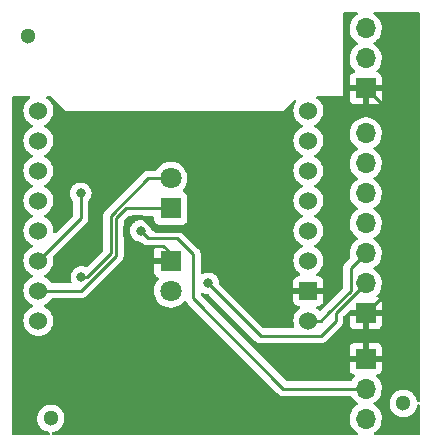
<source format=gbr>
%TF.GenerationSoftware,KiCad,Pcbnew,(6.0.6)*%
%TF.CreationDate,2022-12-26T19:12:46+01:00*%
%TF.ProjectId,ESPkamstrup,4553506b-616d-4737-9472-75702e6b6963,rev?*%
%TF.SameCoordinates,Original*%
%TF.FileFunction,Copper,L2,Bot*%
%TF.FilePolarity,Positive*%
%FSLAX46Y46*%
G04 Gerber Fmt 4.6, Leading zero omitted, Abs format (unit mm)*
G04 Created by KiCad (PCBNEW (6.0.6)) date 2022-12-26 19:12:46*
%MOMM*%
%LPD*%
G01*
G04 APERTURE LIST*
%TA.AperFunction,ComponentPad*%
%ADD10R,1.700000X1.700000*%
%TD*%
%TA.AperFunction,ComponentPad*%
%ADD11O,1.700000X1.700000*%
%TD*%
%TA.AperFunction,ComponentPad*%
%ADD12C,1.524000*%
%TD*%
%TA.AperFunction,ComponentPad*%
%ADD13R,1.524000X1.524000*%
%TD*%
%TA.AperFunction,WasherPad*%
%ADD14C,1.300000*%
%TD*%
%TA.AperFunction,ComponentPad*%
%ADD15R,1.800000X1.800000*%
%TD*%
%TA.AperFunction,ComponentPad*%
%ADD16C,1.800000*%
%TD*%
%TA.AperFunction,ViaPad*%
%ADD17C,0.800000*%
%TD*%
%TA.AperFunction,Conductor*%
%ADD18C,0.250000*%
%TD*%
G04 APERTURE END LIST*
D10*
%TO.P,J1,1,Pin_1*%
%TO.N,GND*%
X155575000Y-93360000D03*
D11*
%TO.P,J1,2,Pin_2*%
%TO.N,PulseIn*%
X155575000Y-95900000D03*
%TO.P,J1,3,Pin_3*%
%TO.N,+5V*%
X155575000Y-98440000D03*
%TD*%
D12*
%TO.P,U1,1,RST*%
%TO.N,unconnected-(U1-Pad1)*%
X127855000Y-72390000D03*
%TO.P,U1,2,ADC*%
%TO.N,unconnected-(U1-Pad2)*%
X127855000Y-74930000D03*
%TO.P,U1,3,GPIO16*%
%TO.N,unconnected-(U1-Pad3)*%
X127855000Y-77470000D03*
%TO.P,U1,4,CLK_GPIO14*%
%TO.N,unconnected-(U1-Pad4)*%
X127855000Y-80010000D03*
%TO.P,U1,5,MISO_GPIO12*%
%TO.N,Net-(Q4-Pad3)*%
X127855000Y-82550000D03*
%TO.P,U1,6,MOSI_GPIO13*%
%TO.N,IR_RX*%
X127855000Y-85090000D03*
%TO.P,U1,7,CS_GPIO15*%
%TO.N,IR_TX*%
X127855000Y-87630000D03*
%TO.P,U1,8,3V3*%
%TO.N,+3V3*%
X127855000Y-90170000D03*
%TO.P,U1,9,5V*%
%TO.N,+5V*%
X150715000Y-90170000D03*
D13*
%TO.P,U1,10,GND*%
%TO.N,GND*%
X150715000Y-87630000D03*
D12*
%TO.P,U1,11,GPIO2*%
%TO.N,Net-(Q5-Pad3)*%
X150715000Y-85090000D03*
%TO.P,U1,12,GPIO0*%
%TO.N,Net-(Q6-Pad3)*%
X150715000Y-82550000D03*
%TO.P,U1,13,GPIO4*%
%TO.N,Net-(R12-Pad1)*%
X150715000Y-80010000D03*
%TO.P,U1,14,GPIO5*%
%TO.N,Net-(R13-Pad1)*%
X150715000Y-77470000D03*
%TO.P,U1,15,RxD0_GPIO3*%
%TO.N,RX*%
X150715000Y-74930000D03*
%TO.P,U1,16,TxD0_GPIO1*%
%TO.N,TX*%
X150715000Y-72390000D03*
%TD*%
D10*
%TO.P,J3,1,Pin_1*%
%TO.N,GND*%
X155575000Y-70485000D03*
D11*
%TO.P,J3,2,Pin_2*%
%TO.N,RX*%
X155575000Y-67945000D03*
%TO.P,J3,3,Pin_3*%
%TO.N,TX*%
X155575000Y-65405000D03*
%TD*%
D14*
%TO.P,,*%
%TO.N,*%
X128905000Y-98425000D03*
%TD*%
D10*
%TO.P,J2,1,Pin_1*%
%TO.N,GND*%
X155575000Y-89535000D03*
D11*
%TO.P,J2,2,Pin_2*%
%TO.N,+3V3*%
X155575000Y-86995000D03*
%TO.P,J2,3,Pin_3*%
%TO.N,+5V*%
X155575000Y-84455000D03*
%TO.P,J2,4,Pin_4*%
%TO.N,IN1*%
X155575000Y-81915000D03*
%TO.P,J2,5,Pin_5*%
%TO.N,IN2*%
X155575000Y-79375000D03*
%TO.P,J2,6,Pin_6*%
%TO.N,OUT1*%
X155575000Y-76835000D03*
%TO.P,J2,7,Pin_7*%
%TO.N,OUT2*%
X155575000Y-74295000D03*
%TD*%
D14*
%TO.P,,*%
%TO.N,*%
X158750000Y-97155000D03*
%TD*%
%TO.P,,*%
%TO.N,*%
X127000000Y-66040000D03*
%TD*%
D15*
%TO.P,D1,1,K*%
%TO.N,IR_TX*%
X139065000Y-80650000D03*
D16*
%TO.P,D1,2,A*%
%TO.N,Net-(Q2-Pad1)*%
X139065000Y-78110000D03*
%TD*%
D15*
%TO.P,D2,1,K*%
%TO.N,GND*%
X139065000Y-85090000D03*
D16*
%TO.P,D2,2,A*%
%TO.N,Net-(D2-Pad2)*%
X139065000Y-87630000D03*
%TD*%
D17*
%TO.N,+3V3*%
X142240000Y-86995000D03*
%TO.N,GND*%
X142557500Y-84772500D03*
X142240000Y-77470000D03*
%TO.N,PulseIn*%
X136525000Y-82550000D03*
%TO.N,IR_RX*%
X131445000Y-79375000D03*
%TO.N,Net-(Q2-Pad1)*%
X131490844Y-86449500D03*
%TD*%
D18*
%TO.N,+3V3*%
X151765000Y-91440000D02*
X146685000Y-91440000D01*
X146685000Y-91440000D02*
X142240000Y-86995000D01*
X153035000Y-90170000D02*
X151765000Y-91440000D01*
X153035000Y-89535000D02*
X153035000Y-90170000D01*
X155575000Y-86995000D02*
X153035000Y-89535000D01*
%TO.N,IR_TX*%
X127855000Y-87630000D02*
X131445000Y-87630000D01*
X136525000Y-80645000D02*
X136530000Y-80650000D01*
X134435000Y-81466396D02*
X135256396Y-80645000D01*
X136530000Y-80650000D02*
X139065000Y-80650000D01*
X131445000Y-87630000D02*
X134435000Y-84640000D01*
X134435000Y-84640000D02*
X134435000Y-81466396D01*
X135256396Y-80645000D02*
X136525000Y-80645000D01*
%TO.N,GND*%
X142557500Y-84772500D02*
X140335000Y-82550000D01*
X158115000Y-86995000D02*
X155575000Y-89535000D01*
X137795000Y-82550000D02*
X136525000Y-81280000D01*
X138430000Y-83820000D02*
X139065000Y-84455000D01*
X145415000Y-87630000D02*
X150715000Y-87630000D01*
X135891396Y-81280000D02*
X135070000Y-82101396D01*
X158115000Y-73025000D02*
X158115000Y-86995000D01*
X135070000Y-83000000D02*
X135890000Y-83820000D01*
X135070000Y-82101396D02*
X135070000Y-83000000D01*
X142557500Y-84772500D02*
X145415000Y-87630000D01*
X139065000Y-84455000D02*
X139065000Y-85090000D01*
X140335000Y-82550000D02*
X137795000Y-82550000D01*
X135890000Y-83820000D02*
X138430000Y-83820000D01*
X136525000Y-81280000D02*
X135891396Y-81280000D01*
X155575000Y-70485000D02*
X158115000Y-73025000D01*
%TO.N,PulseIn*%
X140970000Y-84545000D02*
X139610000Y-83185000D01*
X140970000Y-88265000D02*
X140970000Y-84545000D01*
X137160000Y-83185000D02*
X136525000Y-82550000D01*
X148605000Y-95900000D02*
X140970000Y-88265000D01*
X155575000Y-95900000D02*
X148605000Y-95900000D01*
X139610000Y-83185000D02*
X137160000Y-83185000D01*
%TO.N,+5V*%
X155575000Y-84455000D02*
X154304302Y-85725698D01*
X151765000Y-90170000D02*
X150715000Y-90170000D01*
X154304302Y-85725698D02*
X154304302Y-87629302D01*
X152400000Y-89535000D02*
X151765000Y-90170000D01*
X154304302Y-87629302D02*
X152400000Y-89533604D01*
X152400000Y-89533604D02*
X152400000Y-89535000D01*
%TO.N,IR_RX*%
X131445000Y-81500000D02*
X127855000Y-85090000D01*
X131445000Y-79375000D02*
X131445000Y-81500000D01*
%TO.N,Net-(Q2-Pad1)*%
X133985000Y-84453604D02*
X133985000Y-81280000D01*
X131490844Y-86449500D02*
X131989104Y-86449500D01*
X133985000Y-81280000D02*
X137155000Y-78110000D01*
X137155000Y-78110000D02*
X139065000Y-78110000D01*
X131989104Y-86449500D02*
X133985000Y-84453604D01*
%TD*%
%TA.AperFunction,Conductor*%
%TO.N,GND*%
G36*
X154868622Y-64028502D02*
G01*
X154915115Y-64082158D01*
X154925219Y-64152432D01*
X154895725Y-64217012D01*
X154858683Y-64246262D01*
X154848607Y-64251507D01*
X154844474Y-64254610D01*
X154844471Y-64254612D01*
X154820247Y-64272800D01*
X154669965Y-64385635D01*
X154515629Y-64547138D01*
X154389743Y-64731680D01*
X154295688Y-64934305D01*
X154235989Y-65149570D01*
X154212251Y-65371695D01*
X154212548Y-65376848D01*
X154212548Y-65376851D01*
X154218011Y-65471590D01*
X154225110Y-65594715D01*
X154226247Y-65599761D01*
X154226248Y-65599767D01*
X154231496Y-65623052D01*
X154274222Y-65812639D01*
X154358266Y-66019616D01*
X154474987Y-66210088D01*
X154621250Y-66378938D01*
X154793126Y-66521632D01*
X154863595Y-66562811D01*
X154866445Y-66564476D01*
X154915169Y-66616114D01*
X154928240Y-66685897D01*
X154901509Y-66751669D01*
X154861055Y-66785027D01*
X154848607Y-66791507D01*
X154844474Y-66794610D01*
X154844471Y-66794612D01*
X154820247Y-66812800D01*
X154669965Y-66925635D01*
X154515629Y-67087138D01*
X154389743Y-67271680D01*
X154295688Y-67474305D01*
X154235989Y-67689570D01*
X154212251Y-67911695D01*
X154212548Y-67916848D01*
X154212548Y-67916851D01*
X154218011Y-68011590D01*
X154225110Y-68134715D01*
X154226247Y-68139761D01*
X154226248Y-68139767D01*
X154246119Y-68227939D01*
X154274222Y-68352639D01*
X154358266Y-68559616D01*
X154474987Y-68750088D01*
X154621250Y-68918938D01*
X154625225Y-68922238D01*
X154625231Y-68922244D01*
X154630425Y-68926556D01*
X154670059Y-68985460D01*
X154671555Y-69056441D01*
X154634439Y-69116962D01*
X154594168Y-69141480D01*
X154486946Y-69181676D01*
X154471351Y-69190214D01*
X154369276Y-69266715D01*
X154356715Y-69279276D01*
X154280214Y-69381351D01*
X154271676Y-69396946D01*
X154226522Y-69517394D01*
X154222895Y-69532649D01*
X154217369Y-69583514D01*
X154217000Y-69590328D01*
X154217000Y-70212885D01*
X154221475Y-70228124D01*
X154222865Y-70229329D01*
X154230548Y-70231000D01*
X156914884Y-70231000D01*
X156930123Y-70226525D01*
X156931328Y-70225135D01*
X156932999Y-70217452D01*
X156932999Y-69590331D01*
X156932629Y-69583510D01*
X156927105Y-69532648D01*
X156923479Y-69517396D01*
X156878324Y-69396946D01*
X156869786Y-69381351D01*
X156793285Y-69279276D01*
X156780724Y-69266715D01*
X156678649Y-69190214D01*
X156663054Y-69181676D01*
X156552813Y-69140348D01*
X156496049Y-69097706D01*
X156471349Y-69031145D01*
X156486557Y-68961796D01*
X156508104Y-68933115D01*
X156609430Y-68832144D01*
X156609440Y-68832132D01*
X156613096Y-68828489D01*
X156672594Y-68745689D01*
X156740435Y-68651277D01*
X156743453Y-68647077D01*
X156842430Y-68446811D01*
X156907370Y-68233069D01*
X156936529Y-68011590D01*
X156938156Y-67945000D01*
X156919852Y-67722361D01*
X156865431Y-67505702D01*
X156776354Y-67300840D01*
X156712327Y-67201869D01*
X156657822Y-67117617D01*
X156657820Y-67117614D01*
X156655014Y-67113277D01*
X156504670Y-66948051D01*
X156500619Y-66944852D01*
X156500615Y-66944848D01*
X156333414Y-66812800D01*
X156333410Y-66812798D01*
X156329359Y-66809598D01*
X156288053Y-66786796D01*
X156238084Y-66736364D01*
X156223312Y-66666921D01*
X156248428Y-66600516D01*
X156275780Y-66573909D01*
X156319603Y-66542650D01*
X156454860Y-66446173D01*
X156472724Y-66428372D01*
X156609435Y-66292137D01*
X156613096Y-66288489D01*
X156672594Y-66205689D01*
X156740435Y-66111277D01*
X156743453Y-66107077D01*
X156746511Y-66100891D01*
X156840136Y-65911453D01*
X156840137Y-65911451D01*
X156842430Y-65906811D01*
X156907370Y-65693069D01*
X156936529Y-65471590D01*
X156938156Y-65405000D01*
X156919852Y-65182361D01*
X156865431Y-64965702D01*
X156776354Y-64760840D01*
X156655014Y-64573277D01*
X156504670Y-64408051D01*
X156500619Y-64404852D01*
X156500615Y-64404848D01*
X156333414Y-64272800D01*
X156333410Y-64272798D01*
X156329359Y-64269598D01*
X156324835Y-64267100D01*
X156324831Y-64267098D01*
X156284453Y-64244808D01*
X156234483Y-64194376D01*
X156219711Y-64124933D01*
X156244827Y-64058528D01*
X156301858Y-64016243D01*
X156345347Y-64008500D01*
X160020500Y-64008500D01*
X160088621Y-64028502D01*
X160135114Y-64082158D01*
X160146500Y-64134500D01*
X160146500Y-96942852D01*
X160126498Y-97010973D01*
X160072842Y-97057466D01*
X160002568Y-97067570D01*
X159937988Y-97038076D01*
X159899604Y-96978350D01*
X159895029Y-96954382D01*
X159894510Y-96948729D01*
X159894509Y-96948725D01*
X159893981Y-96942976D01*
X159883998Y-96907579D01*
X159837754Y-96743611D01*
X159837753Y-96743609D01*
X159836186Y-96738052D01*
X159821855Y-96708990D01*
X159744570Y-96552273D01*
X159742015Y-96547092D01*
X159731866Y-96533500D01*
X159640510Y-96411159D01*
X159614622Y-96376491D01*
X159458271Y-96231963D01*
X159278201Y-96118347D01*
X159080441Y-96039449D01*
X159074781Y-96038323D01*
X159074777Y-96038322D01*
X158877282Y-95999038D01*
X158877280Y-95999038D01*
X158871615Y-95997911D01*
X158865840Y-95997835D01*
X158865836Y-95997835D01*
X158759161Y-95996439D01*
X158658716Y-95995124D01*
X158653019Y-95996103D01*
X158653018Y-95996103D01*
X158454564Y-96030203D01*
X158454561Y-96030204D01*
X158448874Y-96031181D01*
X158249116Y-96104875D01*
X158066134Y-96213739D01*
X157906054Y-96354125D01*
X157774238Y-96521333D01*
X157771549Y-96526444D01*
X157771547Y-96526447D01*
X157757313Y-96553502D01*
X157675100Y-96709762D01*
X157673386Y-96715283D01*
X157673384Y-96715287D01*
X157653510Y-96779292D01*
X157611961Y-96913102D01*
X157586936Y-97124544D01*
X157600861Y-97337006D01*
X157602282Y-97342602D01*
X157602283Y-97342607D01*
X157641972Y-97498880D01*
X157653272Y-97543372D01*
X157655689Y-97548615D01*
X157692389Y-97628223D01*
X157742411Y-97736731D01*
X157865296Y-97910609D01*
X158017809Y-98059181D01*
X158022605Y-98062386D01*
X158022608Y-98062388D01*
X158094088Y-98110149D01*
X158194843Y-98177471D01*
X158200146Y-98179749D01*
X158200149Y-98179751D01*
X158293208Y-98219732D01*
X158390470Y-98261519D01*
X158466316Y-98278681D01*
X158592501Y-98307234D01*
X158592506Y-98307235D01*
X158598138Y-98308509D01*
X158603909Y-98308736D01*
X158603911Y-98308736D01*
X158665252Y-98311146D01*
X158810891Y-98316869D01*
X158816600Y-98316041D01*
X158816604Y-98316041D01*
X159015890Y-98287145D01*
X159015894Y-98287144D01*
X159021605Y-98286316D01*
X159223223Y-98217876D01*
X159408993Y-98113840D01*
X159572693Y-97977693D01*
X159708840Y-97813993D01*
X159812876Y-97628223D01*
X159881316Y-97426605D01*
X159886864Y-97388347D01*
X159895804Y-97326686D01*
X159925374Y-97262141D01*
X159985146Y-97223829D01*
X160056143Y-97223913D01*
X160115823Y-97262368D01*
X160145239Y-97326984D01*
X160146500Y-97344767D01*
X160146500Y-99695500D01*
X160126498Y-99763621D01*
X160072842Y-99810114D01*
X160020500Y-99821500D01*
X156371362Y-99821500D01*
X156303241Y-99801498D01*
X156256748Y-99747842D01*
X156246644Y-99677568D01*
X156276138Y-99612988D01*
X156298194Y-99592921D01*
X156323874Y-99574604D01*
X156454860Y-99481173D01*
X156613096Y-99323489D01*
X156672594Y-99240689D01*
X156740435Y-99146277D01*
X156743453Y-99142077D01*
X156769967Y-99088431D01*
X156840136Y-98946453D01*
X156840137Y-98946451D01*
X156842430Y-98941811D01*
X156907370Y-98728069D01*
X156936529Y-98506590D01*
X156938156Y-98440000D01*
X156919852Y-98217361D01*
X156865431Y-98000702D01*
X156776354Y-97795840D01*
X156665267Y-97624125D01*
X156657822Y-97612617D01*
X156657820Y-97612614D01*
X156655014Y-97608277D01*
X156504670Y-97443051D01*
X156500619Y-97439852D01*
X156500615Y-97439848D01*
X156333414Y-97307800D01*
X156333410Y-97307798D01*
X156329359Y-97304598D01*
X156288053Y-97281796D01*
X156238084Y-97231364D01*
X156223312Y-97161921D01*
X156248428Y-97095516D01*
X156275780Y-97068909D01*
X156319603Y-97037650D01*
X156454860Y-96941173D01*
X156613096Y-96783489D01*
X156743453Y-96602077D01*
X156747611Y-96593665D01*
X156840136Y-96406453D01*
X156840137Y-96406451D01*
X156842430Y-96401811D01*
X156875718Y-96292247D01*
X156905865Y-96193023D01*
X156905865Y-96193021D01*
X156907370Y-96188069D01*
X156936529Y-95966590D01*
X156938156Y-95900000D01*
X156919852Y-95677361D01*
X156865431Y-95460702D01*
X156776354Y-95255840D01*
X156655014Y-95068277D01*
X156651540Y-95064459D01*
X156651533Y-95064450D01*
X156507435Y-94906088D01*
X156476383Y-94842242D01*
X156484779Y-94771744D01*
X156529956Y-94716976D01*
X156556400Y-94703307D01*
X156663052Y-94663325D01*
X156678649Y-94654786D01*
X156780724Y-94578285D01*
X156793285Y-94565724D01*
X156869786Y-94463649D01*
X156878324Y-94448054D01*
X156923478Y-94327606D01*
X156927105Y-94312351D01*
X156932631Y-94261486D01*
X156933000Y-94254672D01*
X156933000Y-93632115D01*
X156928525Y-93616876D01*
X156927135Y-93615671D01*
X156919452Y-93614000D01*
X154235116Y-93614000D01*
X154219877Y-93618475D01*
X154218672Y-93619865D01*
X154217001Y-93627548D01*
X154217001Y-94254669D01*
X154217371Y-94261490D01*
X154222895Y-94312352D01*
X154226521Y-94327604D01*
X154271676Y-94448054D01*
X154280214Y-94463649D01*
X154356715Y-94565724D01*
X154369276Y-94578285D01*
X154471351Y-94654786D01*
X154486946Y-94663324D01*
X154595827Y-94704142D01*
X154652591Y-94746784D01*
X154677291Y-94813345D01*
X154662083Y-94882694D01*
X154642691Y-94909175D01*
X154519200Y-95038401D01*
X154515629Y-95042138D01*
X154512715Y-95046410D01*
X154512714Y-95046411D01*
X154400095Y-95211504D01*
X154345184Y-95256507D01*
X154296007Y-95266500D01*
X148919594Y-95266500D01*
X148851473Y-95246498D01*
X148830499Y-95229595D01*
X146688789Y-93087885D01*
X154217000Y-93087885D01*
X154221475Y-93103124D01*
X154222865Y-93104329D01*
X154230548Y-93106000D01*
X155302885Y-93106000D01*
X155318124Y-93101525D01*
X155319329Y-93100135D01*
X155321000Y-93092452D01*
X155321000Y-93087885D01*
X155829000Y-93087885D01*
X155833475Y-93103124D01*
X155834865Y-93104329D01*
X155842548Y-93106000D01*
X156914884Y-93106000D01*
X156930123Y-93101525D01*
X156931328Y-93100135D01*
X156932999Y-93092452D01*
X156932999Y-92465331D01*
X156932629Y-92458510D01*
X156927105Y-92407648D01*
X156923479Y-92392396D01*
X156878324Y-92271946D01*
X156869786Y-92256351D01*
X156793285Y-92154276D01*
X156780724Y-92141715D01*
X156678649Y-92065214D01*
X156663054Y-92056676D01*
X156542606Y-92011522D01*
X156527351Y-92007895D01*
X156476486Y-92002369D01*
X156469672Y-92002000D01*
X155847115Y-92002000D01*
X155831876Y-92006475D01*
X155830671Y-92007865D01*
X155829000Y-92015548D01*
X155829000Y-93087885D01*
X155321000Y-93087885D01*
X155321000Y-92020116D01*
X155316525Y-92004877D01*
X155315135Y-92003672D01*
X155307452Y-92002001D01*
X154680331Y-92002001D01*
X154673510Y-92002371D01*
X154622648Y-92007895D01*
X154607396Y-92011521D01*
X154486946Y-92056676D01*
X154471351Y-92065214D01*
X154369276Y-92141715D01*
X154356715Y-92154276D01*
X154280214Y-92256351D01*
X154271676Y-92271946D01*
X154226522Y-92392394D01*
X154222895Y-92407649D01*
X154217369Y-92458514D01*
X154217000Y-92465328D01*
X154217000Y-93087885D01*
X146688789Y-93087885D01*
X141640405Y-88039500D01*
X141606379Y-87977188D01*
X141603500Y-87950405D01*
X141603500Y-87899782D01*
X141623502Y-87831661D01*
X141677158Y-87785168D01*
X141747432Y-87775064D01*
X141782730Y-87787282D01*
X141783248Y-87786118D01*
X141957712Y-87863794D01*
X142051112Y-87883647D01*
X142138056Y-87902128D01*
X142138061Y-87902128D01*
X142144513Y-87903500D01*
X142200406Y-87903500D01*
X142268527Y-87923502D01*
X142289501Y-87940405D01*
X146181343Y-91832247D01*
X146188887Y-91840537D01*
X146193000Y-91847018D01*
X146198777Y-91852443D01*
X146242667Y-91893658D01*
X146245509Y-91896413D01*
X146265230Y-91916134D01*
X146268425Y-91918612D01*
X146277447Y-91926318D01*
X146309679Y-91956586D01*
X146316628Y-91960406D01*
X146327432Y-91966346D01*
X146343956Y-91977199D01*
X146359959Y-91989613D01*
X146400543Y-92007176D01*
X146411173Y-92012383D01*
X146449940Y-92033695D01*
X146457617Y-92035666D01*
X146457622Y-92035668D01*
X146469558Y-92038732D01*
X146488266Y-92045137D01*
X146506855Y-92053181D01*
X146514683Y-92054421D01*
X146514690Y-92054423D01*
X146550524Y-92060099D01*
X146562144Y-92062505D01*
X146593959Y-92070673D01*
X146604970Y-92073500D01*
X146625224Y-92073500D01*
X146644934Y-92075051D01*
X146664943Y-92078220D01*
X146672835Y-92077474D01*
X146691580Y-92075702D01*
X146708962Y-92074059D01*
X146720819Y-92073500D01*
X151686233Y-92073500D01*
X151697416Y-92074027D01*
X151704909Y-92075702D01*
X151712835Y-92075453D01*
X151712836Y-92075453D01*
X151772986Y-92073562D01*
X151776945Y-92073500D01*
X151804856Y-92073500D01*
X151808791Y-92073003D01*
X151808856Y-92072995D01*
X151820693Y-92072062D01*
X151852951Y-92071048D01*
X151856970Y-92070922D01*
X151864889Y-92070673D01*
X151884343Y-92065021D01*
X151903700Y-92061013D01*
X151915930Y-92059468D01*
X151915931Y-92059468D01*
X151923797Y-92058474D01*
X151931168Y-92055555D01*
X151931170Y-92055555D01*
X151964912Y-92042196D01*
X151976142Y-92038351D01*
X152010983Y-92028229D01*
X152010984Y-92028229D01*
X152018593Y-92026018D01*
X152025412Y-92021985D01*
X152025417Y-92021983D01*
X152036028Y-92015707D01*
X152053776Y-92007012D01*
X152072617Y-91999552D01*
X152092987Y-91984753D01*
X152108387Y-91973564D01*
X152118307Y-91967048D01*
X152149535Y-91948580D01*
X152149538Y-91948578D01*
X152156362Y-91944542D01*
X152170683Y-91930221D01*
X152185717Y-91917380D01*
X152187432Y-91916134D01*
X152202107Y-91905472D01*
X152230298Y-91871395D01*
X152238288Y-91862616D01*
X153427247Y-90673657D01*
X153435537Y-90666113D01*
X153442018Y-90662000D01*
X153488659Y-90612332D01*
X153491413Y-90609491D01*
X153511134Y-90589770D01*
X153513612Y-90586575D01*
X153521318Y-90577553D01*
X153546158Y-90551101D01*
X153551586Y-90545321D01*
X153561346Y-90527568D01*
X153572199Y-90511045D01*
X153579753Y-90501306D01*
X153584613Y-90495041D01*
X153602176Y-90454457D01*
X153607383Y-90443827D01*
X153615166Y-90429669D01*
X154217001Y-90429669D01*
X154217371Y-90436490D01*
X154222895Y-90487352D01*
X154226521Y-90502604D01*
X154271676Y-90623054D01*
X154280214Y-90638649D01*
X154356715Y-90740724D01*
X154369276Y-90753285D01*
X154471351Y-90829786D01*
X154486946Y-90838324D01*
X154607394Y-90883478D01*
X154622649Y-90887105D01*
X154673514Y-90892631D01*
X154680328Y-90893000D01*
X155302885Y-90893000D01*
X155318124Y-90888525D01*
X155319329Y-90887135D01*
X155321000Y-90879452D01*
X155321000Y-90874884D01*
X155829000Y-90874884D01*
X155833475Y-90890123D01*
X155834865Y-90891328D01*
X155842548Y-90892999D01*
X156469669Y-90892999D01*
X156476490Y-90892629D01*
X156527352Y-90887105D01*
X156542604Y-90883479D01*
X156663054Y-90838324D01*
X156678649Y-90829786D01*
X156780724Y-90753285D01*
X156793285Y-90740724D01*
X156869786Y-90638649D01*
X156878324Y-90623054D01*
X156923478Y-90502606D01*
X156927105Y-90487351D01*
X156932631Y-90436486D01*
X156933000Y-90429672D01*
X156933000Y-89807115D01*
X156928525Y-89791876D01*
X156927135Y-89790671D01*
X156919452Y-89789000D01*
X155847115Y-89789000D01*
X155831876Y-89793475D01*
X155830671Y-89794865D01*
X155829000Y-89802548D01*
X155829000Y-90874884D01*
X155321000Y-90874884D01*
X155321000Y-89807115D01*
X155316525Y-89791876D01*
X155315135Y-89790671D01*
X155307452Y-89789000D01*
X154235116Y-89789000D01*
X154219877Y-89793475D01*
X154218672Y-89794865D01*
X154217001Y-89802548D01*
X154217001Y-90429669D01*
X153615166Y-90429669D01*
X153628695Y-90405060D01*
X153630666Y-90397383D01*
X153630668Y-90397378D01*
X153633732Y-90385442D01*
X153640138Y-90366730D01*
X153645033Y-90355419D01*
X153648181Y-90348145D01*
X153649421Y-90340317D01*
X153649423Y-90340310D01*
X153655099Y-90304476D01*
X153657505Y-90292856D01*
X153666528Y-90257711D01*
X153666528Y-90257710D01*
X153668500Y-90250030D01*
X153668500Y-90229776D01*
X153670051Y-90210065D01*
X153671980Y-90197886D01*
X153673220Y-90190057D01*
X153669059Y-90146038D01*
X153668500Y-90134181D01*
X153668500Y-89849594D01*
X153688502Y-89781473D01*
X153705405Y-89760499D01*
X154147999Y-89317905D01*
X154210311Y-89283879D01*
X154237094Y-89281000D01*
X156914884Y-89281000D01*
X156930123Y-89276525D01*
X156931328Y-89275135D01*
X156932999Y-89267452D01*
X156932999Y-88640331D01*
X156932629Y-88633510D01*
X156927105Y-88582648D01*
X156923479Y-88567396D01*
X156878324Y-88446946D01*
X156869786Y-88431351D01*
X156793285Y-88329276D01*
X156780724Y-88316715D01*
X156678649Y-88240214D01*
X156663054Y-88231676D01*
X156552813Y-88190348D01*
X156496049Y-88147706D01*
X156471349Y-88081145D01*
X156486557Y-88011796D01*
X156508104Y-87983115D01*
X156609430Y-87882144D01*
X156609440Y-87882132D01*
X156613096Y-87878489D01*
X156622670Y-87865166D01*
X156740435Y-87701277D01*
X156743453Y-87697077D01*
X156773899Y-87635475D01*
X156840136Y-87501453D01*
X156840137Y-87501451D01*
X156842430Y-87496811D01*
X156874900Y-87389940D01*
X156905865Y-87288023D01*
X156905865Y-87288021D01*
X156907370Y-87283069D01*
X156936529Y-87061590D01*
X156938156Y-86995000D01*
X156919852Y-86772361D01*
X156865431Y-86555702D01*
X156776354Y-86350840D01*
X156689166Y-86216068D01*
X156657822Y-86167617D01*
X156657820Y-86167614D01*
X156655014Y-86163277D01*
X156504670Y-85998051D01*
X156500619Y-85994852D01*
X156500615Y-85994848D01*
X156333414Y-85862800D01*
X156333410Y-85862798D01*
X156329359Y-85859598D01*
X156288053Y-85836796D01*
X156238084Y-85786364D01*
X156223312Y-85716921D01*
X156248428Y-85650516D01*
X156275780Y-85623909D01*
X156392014Y-85541000D01*
X156454860Y-85496173D01*
X156460415Y-85490638D01*
X156603075Y-85348475D01*
X156613096Y-85338489D01*
X156743453Y-85157077D01*
X156753174Y-85137409D01*
X156840136Y-84961453D01*
X156840137Y-84961451D01*
X156842430Y-84956811D01*
X156886940Y-84810312D01*
X156905865Y-84748023D01*
X156905865Y-84748021D01*
X156907370Y-84743069D01*
X156936529Y-84521590D01*
X156938156Y-84455000D01*
X156919852Y-84232361D01*
X156865431Y-84015702D01*
X156776354Y-83810840D01*
X156723899Y-83729757D01*
X156657822Y-83627617D01*
X156657820Y-83627614D01*
X156655014Y-83623277D01*
X156504670Y-83458051D01*
X156500619Y-83454852D01*
X156500615Y-83454848D01*
X156333414Y-83322800D01*
X156333410Y-83322798D01*
X156329359Y-83319598D01*
X156288053Y-83296796D01*
X156238084Y-83246364D01*
X156223312Y-83176921D01*
X156248428Y-83110516D01*
X156275780Y-83083909D01*
X156319603Y-83052650D01*
X156454860Y-82956173D01*
X156613096Y-82798489D01*
X156621710Y-82786502D01*
X156740435Y-82621277D01*
X156743453Y-82617077D01*
X156754305Y-82595121D01*
X156840136Y-82421453D01*
X156840137Y-82421451D01*
X156842430Y-82416811D01*
X156907370Y-82203069D01*
X156936529Y-81981590D01*
X156938074Y-81918365D01*
X156938074Y-81918361D01*
X156938156Y-81915000D01*
X156919852Y-81692361D01*
X156865431Y-81475702D01*
X156776354Y-81270840D01*
X156699078Y-81151389D01*
X156657822Y-81087617D01*
X156657820Y-81087614D01*
X156655014Y-81083277D01*
X156504670Y-80918051D01*
X156500619Y-80914852D01*
X156500615Y-80914848D01*
X156333414Y-80782800D01*
X156333410Y-80782798D01*
X156329359Y-80779598D01*
X156288053Y-80756796D01*
X156238084Y-80706364D01*
X156223312Y-80636921D01*
X156248428Y-80570516D01*
X156275780Y-80543909D01*
X156319603Y-80512650D01*
X156454860Y-80416173D01*
X156613096Y-80258489D01*
X156672594Y-80175689D01*
X156740435Y-80081277D01*
X156743453Y-80077077D01*
X156753267Y-80057221D01*
X156840136Y-79881453D01*
X156840137Y-79881451D01*
X156842430Y-79876811D01*
X156907370Y-79663069D01*
X156936529Y-79441590D01*
X156938156Y-79375000D01*
X156919852Y-79152361D01*
X156865431Y-78935702D01*
X156776354Y-78730840D01*
X156708096Y-78625329D01*
X156657822Y-78547617D01*
X156657820Y-78547614D01*
X156655014Y-78543277D01*
X156504670Y-78378051D01*
X156500619Y-78374852D01*
X156500615Y-78374848D01*
X156333414Y-78242800D01*
X156333410Y-78242798D01*
X156329359Y-78239598D01*
X156288053Y-78216796D01*
X156238084Y-78166364D01*
X156223312Y-78096921D01*
X156248428Y-78030516D01*
X156275780Y-78003909D01*
X156319603Y-77972650D01*
X156454860Y-77876173D01*
X156613096Y-77718489D01*
X156641756Y-77678605D01*
X156740435Y-77541277D01*
X156743453Y-77537077D01*
X156767221Y-77488987D01*
X156840136Y-77341453D01*
X156840137Y-77341451D01*
X156842430Y-77336811D01*
X156907370Y-77123069D01*
X156936529Y-76901590D01*
X156938156Y-76835000D01*
X156919852Y-76612361D01*
X156865431Y-76395702D01*
X156776354Y-76190840D01*
X156676710Y-76036814D01*
X156657822Y-76007617D01*
X156657820Y-76007614D01*
X156655014Y-76003277D01*
X156504670Y-75838051D01*
X156500619Y-75834852D01*
X156500615Y-75834848D01*
X156333414Y-75702800D01*
X156333410Y-75702798D01*
X156329359Y-75699598D01*
X156288053Y-75676796D01*
X156238084Y-75626364D01*
X156223312Y-75556921D01*
X156248428Y-75490516D01*
X156275780Y-75463909D01*
X156319603Y-75432650D01*
X156454860Y-75336173D01*
X156613096Y-75178489D01*
X156672594Y-75095689D01*
X156740435Y-75001277D01*
X156743453Y-74997077D01*
X156773899Y-74935475D01*
X156840136Y-74801453D01*
X156840137Y-74801451D01*
X156842430Y-74796811D01*
X156907370Y-74583069D01*
X156936529Y-74361590D01*
X156938156Y-74295000D01*
X156919852Y-74072361D01*
X156865431Y-73855702D01*
X156776354Y-73650840D01*
X156676710Y-73496814D01*
X156657822Y-73467617D01*
X156657820Y-73467614D01*
X156655014Y-73463277D01*
X156504670Y-73298051D01*
X156500619Y-73294852D01*
X156500615Y-73294848D01*
X156333414Y-73162800D01*
X156333410Y-73162798D01*
X156329359Y-73159598D01*
X156133789Y-73051638D01*
X156128920Y-73049914D01*
X156128916Y-73049912D01*
X155928087Y-72978795D01*
X155928083Y-72978794D01*
X155923212Y-72977069D01*
X155918119Y-72976162D01*
X155918116Y-72976161D01*
X155708373Y-72938800D01*
X155708367Y-72938799D01*
X155703284Y-72937894D01*
X155629452Y-72936992D01*
X155485081Y-72935228D01*
X155485079Y-72935228D01*
X155479911Y-72935165D01*
X155259091Y-72968955D01*
X155046756Y-73038357D01*
X154848607Y-73141507D01*
X154844474Y-73144610D01*
X154844471Y-73144612D01*
X154757674Y-73209781D01*
X154669965Y-73275635D01*
X154515629Y-73437138D01*
X154389743Y-73621680D01*
X154295688Y-73824305D01*
X154235989Y-74039570D01*
X154212251Y-74261695D01*
X154212548Y-74266848D01*
X154212548Y-74266851D01*
X154218011Y-74361590D01*
X154225110Y-74484715D01*
X154226247Y-74489761D01*
X154226248Y-74489767D01*
X154227158Y-74493804D01*
X154274222Y-74702639D01*
X154358266Y-74909616D01*
X154474987Y-75100088D01*
X154621250Y-75268938D01*
X154793126Y-75411632D01*
X154863595Y-75452811D01*
X154866445Y-75454476D01*
X154915169Y-75506114D01*
X154928240Y-75575897D01*
X154901509Y-75641669D01*
X154861055Y-75675027D01*
X154848607Y-75681507D01*
X154844474Y-75684610D01*
X154844471Y-75684612D01*
X154757674Y-75749781D01*
X154669965Y-75815635D01*
X154515629Y-75977138D01*
X154389743Y-76161680D01*
X154295688Y-76364305D01*
X154235989Y-76579570D01*
X154212251Y-76801695D01*
X154212548Y-76806848D01*
X154212548Y-76806851D01*
X154218729Y-76914052D01*
X154225110Y-77024715D01*
X154226247Y-77029761D01*
X154226248Y-77029767D01*
X154236748Y-77076358D01*
X154274222Y-77242639D01*
X154312461Y-77336811D01*
X154355227Y-77442131D01*
X154358266Y-77449616D01*
X154403837Y-77523982D01*
X154470411Y-77632620D01*
X154474987Y-77640088D01*
X154621250Y-77808938D01*
X154793126Y-77951632D01*
X154863595Y-77992811D01*
X154866445Y-77994476D01*
X154915169Y-78046114D01*
X154928240Y-78115897D01*
X154901509Y-78181669D01*
X154861055Y-78215027D01*
X154848607Y-78221507D01*
X154844474Y-78224610D01*
X154844471Y-78224612D01*
X154757674Y-78289781D01*
X154669965Y-78355635D01*
X154515629Y-78517138D01*
X154389743Y-78701680D01*
X154295688Y-78904305D01*
X154235989Y-79119570D01*
X154212251Y-79341695D01*
X154212548Y-79346848D01*
X154212548Y-79346851D01*
X154218011Y-79441590D01*
X154225110Y-79564715D01*
X154226247Y-79569761D01*
X154226248Y-79569767D01*
X154227158Y-79573804D01*
X154274222Y-79782639D01*
X154358266Y-79989616D01*
X154474987Y-80180088D01*
X154621250Y-80348938D01*
X154793126Y-80491632D01*
X154863595Y-80532811D01*
X154866445Y-80534476D01*
X154915169Y-80586114D01*
X154928240Y-80655897D01*
X154901509Y-80721669D01*
X154861055Y-80755027D01*
X154848607Y-80761507D01*
X154844474Y-80764610D01*
X154844471Y-80764612D01*
X154674100Y-80892530D01*
X154669965Y-80895635D01*
X154515629Y-81057138D01*
X154389743Y-81241680D01*
X154295688Y-81444305D01*
X154235989Y-81659570D01*
X154212251Y-81881695D01*
X154212548Y-81886848D01*
X154212548Y-81886851D01*
X154218923Y-81997409D01*
X154225110Y-82104715D01*
X154226247Y-82109761D01*
X154226248Y-82109767D01*
X154227158Y-82113804D01*
X154274222Y-82322639D01*
X154358266Y-82529616D01*
X154392982Y-82586267D01*
X154468382Y-82709309D01*
X154474987Y-82720088D01*
X154621250Y-82888938D01*
X154793126Y-83031632D01*
X154863595Y-83072811D01*
X154866445Y-83074476D01*
X154915169Y-83126114D01*
X154928240Y-83195897D01*
X154901509Y-83261669D01*
X154861055Y-83295027D01*
X154848607Y-83301507D01*
X154844474Y-83304610D01*
X154844471Y-83304612D01*
X154674100Y-83432530D01*
X154669965Y-83435635D01*
X154666393Y-83439373D01*
X154528667Y-83583495D01*
X154515629Y-83597138D01*
X154512715Y-83601410D01*
X154512714Y-83601411D01*
X154448081Y-83696159D01*
X154389743Y-83781680D01*
X154295688Y-83984305D01*
X154235989Y-84199570D01*
X154212251Y-84421695D01*
X154212548Y-84426848D01*
X154212548Y-84426851D01*
X154222773Y-84604181D01*
X154225110Y-84644715D01*
X154226247Y-84649761D01*
X154226248Y-84649767D01*
X154258453Y-84792668D01*
X154253917Y-84863520D01*
X154224631Y-84909464D01*
X153912049Y-85222046D01*
X153903763Y-85229586D01*
X153897284Y-85233698D01*
X153891859Y-85239475D01*
X153850659Y-85283349D01*
X153847904Y-85286191D01*
X153828167Y-85305928D01*
X153825687Y-85309125D01*
X153817984Y-85318145D01*
X153787716Y-85350377D01*
X153783897Y-85357323D01*
X153783895Y-85357326D01*
X153777954Y-85368132D01*
X153767103Y-85384651D01*
X153754688Y-85400657D01*
X153751543Y-85407926D01*
X153751540Y-85407930D01*
X153737128Y-85441235D01*
X153731911Y-85451885D01*
X153710607Y-85490638D01*
X153708636Y-85498313D01*
X153708636Y-85498314D01*
X153705569Y-85510260D01*
X153699165Y-85528964D01*
X153691121Y-85547553D01*
X153689882Y-85555376D01*
X153689879Y-85555386D01*
X153684203Y-85591222D01*
X153681797Y-85602842D01*
X153675878Y-85625896D01*
X153670802Y-85645668D01*
X153670802Y-85665922D01*
X153669251Y-85685632D01*
X153666082Y-85705641D01*
X153666828Y-85713533D01*
X153670243Y-85749659D01*
X153670802Y-85761517D01*
X153670802Y-87314708D01*
X153650800Y-87382829D01*
X153633897Y-87403803D01*
X152819470Y-88218229D01*
X152007747Y-89029952D01*
X151999461Y-89037492D01*
X151992982Y-89041604D01*
X151987557Y-89047381D01*
X151946357Y-89091255D01*
X151943602Y-89094097D01*
X151923865Y-89113834D01*
X151921439Y-89116962D01*
X151918865Y-89119881D01*
X151913451Y-89125645D01*
X151779522Y-89259574D01*
X151717210Y-89293600D01*
X151646395Y-89288535D01*
X151601332Y-89259574D01*
X151534781Y-89193023D01*
X151530273Y-89189866D01*
X151530270Y-89189864D01*
X151443650Y-89129212D01*
X151399322Y-89073755D01*
X151392013Y-89003135D01*
X151424044Y-88939775D01*
X151485245Y-88903790D01*
X151515921Y-88899999D01*
X151521669Y-88899999D01*
X151528490Y-88899629D01*
X151579352Y-88894105D01*
X151594604Y-88890479D01*
X151715054Y-88845324D01*
X151730649Y-88836786D01*
X151832724Y-88760285D01*
X151845285Y-88747724D01*
X151921786Y-88645649D01*
X151930324Y-88630054D01*
X151975478Y-88509606D01*
X151979105Y-88494351D01*
X151984631Y-88443486D01*
X151985000Y-88436672D01*
X151985000Y-87902115D01*
X151980525Y-87886876D01*
X151979135Y-87885671D01*
X151971452Y-87884000D01*
X149463116Y-87884000D01*
X149447877Y-87888475D01*
X149446672Y-87889865D01*
X149445001Y-87897548D01*
X149445001Y-88436669D01*
X149445371Y-88443490D01*
X149450895Y-88494352D01*
X149454521Y-88509604D01*
X149499676Y-88630054D01*
X149508214Y-88645649D01*
X149584715Y-88747724D01*
X149597276Y-88760285D01*
X149699351Y-88836786D01*
X149714946Y-88845324D01*
X149835394Y-88890478D01*
X149850649Y-88894105D01*
X149901514Y-88899631D01*
X149908328Y-88900000D01*
X149914078Y-88900000D01*
X149982199Y-88920002D01*
X150028692Y-88973658D01*
X150038796Y-89043932D01*
X150009302Y-89108512D01*
X149986349Y-89129213D01*
X149899730Y-89189864D01*
X149899727Y-89189866D01*
X149895219Y-89193023D01*
X149738023Y-89350219D01*
X149610512Y-89532324D01*
X149608189Y-89537306D01*
X149608186Y-89537311D01*
X149518883Y-89728822D01*
X149516560Y-89733804D01*
X149515138Y-89739112D01*
X149515137Y-89739114D01*
X149500571Y-89793475D01*
X149459022Y-89948537D01*
X149439647Y-90170000D01*
X149459022Y-90391463D01*
X149474444Y-90449017D01*
X149512159Y-90589770D01*
X149516560Y-90606196D01*
X149518883Y-90611178D01*
X149518885Y-90611183D01*
X149526377Y-90627249D01*
X149537039Y-90697440D01*
X149508060Y-90762253D01*
X149448641Y-90801110D01*
X149412183Y-90806500D01*
X146999595Y-90806500D01*
X146931474Y-90786498D01*
X146910500Y-90769595D01*
X143187122Y-87046217D01*
X143153096Y-86983905D01*
X143150907Y-86970292D01*
X143134232Y-86811635D01*
X143134232Y-86811633D01*
X143133542Y-86805072D01*
X143074527Y-86623444D01*
X142979040Y-86458056D01*
X142974317Y-86452810D01*
X142855675Y-86321045D01*
X142855674Y-86321044D01*
X142851253Y-86316134D01*
X142696752Y-86203882D01*
X142690724Y-86201198D01*
X142690722Y-86201197D01*
X142528319Y-86128891D01*
X142528318Y-86128891D01*
X142522288Y-86126206D01*
X142428888Y-86106353D01*
X142341944Y-86087872D01*
X142341939Y-86087872D01*
X142335487Y-86086500D01*
X142144513Y-86086500D01*
X142138061Y-86087872D01*
X142138056Y-86087872D01*
X142051112Y-86106353D01*
X141957712Y-86126206D01*
X141951682Y-86128891D01*
X141951681Y-86128891D01*
X141811438Y-86191331D01*
X141783248Y-86203882D01*
X141782323Y-86201804D01*
X141723512Y-86216076D01*
X141656419Y-86192859D01*
X141612528Y-86137055D01*
X141603500Y-86090218D01*
X141603500Y-84623763D01*
X141604027Y-84612579D01*
X141605701Y-84605091D01*
X141603562Y-84537032D01*
X141603500Y-84533075D01*
X141603500Y-84505144D01*
X141602994Y-84501138D01*
X141602061Y-84489292D01*
X141600922Y-84453037D01*
X141600673Y-84445110D01*
X141595022Y-84425658D01*
X141591014Y-84406306D01*
X141589468Y-84394068D01*
X141589467Y-84394066D01*
X141588474Y-84386203D01*
X141572194Y-84345086D01*
X141568359Y-84333885D01*
X141556018Y-84291406D01*
X141551985Y-84284587D01*
X141551983Y-84284582D01*
X141545707Y-84273971D01*
X141537010Y-84256221D01*
X141529552Y-84237383D01*
X141522811Y-84228104D01*
X141503572Y-84201625D01*
X141497053Y-84191701D01*
X141478578Y-84160460D01*
X141478574Y-84160455D01*
X141474542Y-84153637D01*
X141460218Y-84139313D01*
X141447376Y-84124278D01*
X141435472Y-84107893D01*
X141401406Y-84079711D01*
X141392627Y-84071722D01*
X140113652Y-82792747D01*
X140106112Y-82784461D01*
X140102000Y-82777982D01*
X140052348Y-82731356D01*
X140049507Y-82728602D01*
X140029770Y-82708865D01*
X140026573Y-82706385D01*
X140017551Y-82698680D01*
X139991100Y-82673841D01*
X139985321Y-82668414D01*
X139978375Y-82664595D01*
X139978372Y-82664593D01*
X139967566Y-82658652D01*
X139951047Y-82647801D01*
X139950583Y-82647441D01*
X139935041Y-82635386D01*
X139927772Y-82632241D01*
X139927768Y-82632238D01*
X139894463Y-82617826D01*
X139883813Y-82612609D01*
X139845060Y-82591305D01*
X139825437Y-82586267D01*
X139806734Y-82579863D01*
X139795420Y-82574967D01*
X139795419Y-82574967D01*
X139788145Y-82571819D01*
X139780322Y-82570580D01*
X139780312Y-82570577D01*
X139744476Y-82564901D01*
X139732856Y-82562495D01*
X139697711Y-82553472D01*
X139697710Y-82553472D01*
X139690030Y-82551500D01*
X139669776Y-82551500D01*
X139650065Y-82549949D01*
X139637886Y-82548020D01*
X139630057Y-82546780D01*
X139622165Y-82547526D01*
X139586039Y-82550941D01*
X139574181Y-82551500D01*
X137552113Y-82551500D01*
X137483992Y-82531498D01*
X137437499Y-82477842D01*
X137426803Y-82438671D01*
X137419232Y-82366634D01*
X137419231Y-82366631D01*
X137418542Y-82360072D01*
X137359527Y-82178444D01*
X137264040Y-82013056D01*
X137249952Y-81997409D01*
X137140675Y-81876045D01*
X137140674Y-81876044D01*
X137136253Y-81871134D01*
X136981752Y-81758882D01*
X136975724Y-81756198D01*
X136975722Y-81756197D01*
X136813319Y-81683891D01*
X136813318Y-81683891D01*
X136807288Y-81681206D01*
X136705499Y-81659570D01*
X136626944Y-81642872D01*
X136626939Y-81642872D01*
X136620487Y-81641500D01*
X136429513Y-81641500D01*
X136423061Y-81642872D01*
X136423056Y-81642872D01*
X136344501Y-81659570D01*
X136242712Y-81681206D01*
X136236682Y-81683891D01*
X136236681Y-81683891D01*
X136074278Y-81756197D01*
X136074276Y-81756198D01*
X136068248Y-81758882D01*
X135913747Y-81871134D01*
X135909326Y-81876044D01*
X135909325Y-81876045D01*
X135800049Y-81997409D01*
X135785960Y-82013056D01*
X135690473Y-82178444D01*
X135631458Y-82360072D01*
X135630768Y-82366633D01*
X135630768Y-82366635D01*
X135625007Y-82421453D01*
X135611496Y-82550000D01*
X135612186Y-82556565D01*
X135630268Y-82728602D01*
X135631458Y-82739928D01*
X135690473Y-82921556D01*
X135785960Y-83086944D01*
X135790378Y-83091851D01*
X135790379Y-83091852D01*
X135898235Y-83211638D01*
X135913747Y-83228866D01*
X136004809Y-83295027D01*
X136043036Y-83322800D01*
X136068248Y-83341118D01*
X136074276Y-83343802D01*
X136074278Y-83343803D01*
X136132626Y-83369781D01*
X136242712Y-83418794D01*
X136336112Y-83438647D01*
X136423056Y-83457128D01*
X136423061Y-83457128D01*
X136429513Y-83458500D01*
X136485406Y-83458500D01*
X136553527Y-83478502D01*
X136574501Y-83495405D01*
X136656343Y-83577247D01*
X136663887Y-83585537D01*
X136668000Y-83592018D01*
X136673777Y-83597443D01*
X136717667Y-83638658D01*
X136720509Y-83641413D01*
X136740231Y-83661135D01*
X136743355Y-83663558D01*
X136743359Y-83663562D01*
X136743424Y-83663612D01*
X136752445Y-83671317D01*
X136784679Y-83701586D01*
X136791627Y-83705405D01*
X136791629Y-83705407D01*
X136802432Y-83711346D01*
X136818959Y-83722202D01*
X136828698Y-83729757D01*
X136828700Y-83729758D01*
X136834960Y-83734614D01*
X136875540Y-83752174D01*
X136886188Y-83757391D01*
X136924940Y-83778695D01*
X136932616Y-83780666D01*
X136932619Y-83780667D01*
X136944562Y-83783733D01*
X136963267Y-83790137D01*
X136981855Y-83798181D01*
X136989678Y-83799420D01*
X136989688Y-83799423D01*
X137025524Y-83805099D01*
X137037144Y-83807505D01*
X137072289Y-83816528D01*
X137079970Y-83818500D01*
X137100224Y-83818500D01*
X137119934Y-83820051D01*
X137139943Y-83823220D01*
X137147835Y-83822474D01*
X137159263Y-83821394D01*
X137183962Y-83819059D01*
X137195819Y-83818500D01*
X137579904Y-83818500D01*
X137648025Y-83838502D01*
X137694518Y-83892158D01*
X137704622Y-83962432D01*
X137697886Y-83988729D01*
X137666522Y-84072391D01*
X137662895Y-84087649D01*
X137657369Y-84138514D01*
X137657000Y-84145328D01*
X137657000Y-84817885D01*
X137661475Y-84833124D01*
X137662865Y-84834329D01*
X137670548Y-84836000D01*
X139193000Y-84836000D01*
X139261121Y-84856002D01*
X139307614Y-84909658D01*
X139319000Y-84962000D01*
X139319000Y-85218000D01*
X139298998Y-85286121D01*
X139245342Y-85332614D01*
X139193000Y-85344000D01*
X137675116Y-85344000D01*
X137659877Y-85348475D01*
X137658672Y-85349865D01*
X137657001Y-85357548D01*
X137657001Y-86034669D01*
X137657371Y-86041490D01*
X137662895Y-86092352D01*
X137666521Y-86107604D01*
X137711676Y-86228054D01*
X137720214Y-86243649D01*
X137796715Y-86345724D01*
X137809276Y-86358285D01*
X137911351Y-86434786D01*
X137926946Y-86443324D01*
X137986540Y-86465665D01*
X138043304Y-86508307D01*
X138068004Y-86574868D01*
X138052796Y-86644217D01*
X138033404Y-86670698D01*
X137966639Y-86740564D01*
X137963725Y-86744836D01*
X137963724Y-86744837D01*
X137918158Y-86811635D01*
X137836119Y-86931899D01*
X137738602Y-87141981D01*
X137676707Y-87365169D01*
X137652095Y-87595469D01*
X137652392Y-87600622D01*
X137652392Y-87600625D01*
X137663087Y-87786118D01*
X137665427Y-87826697D01*
X137666564Y-87831743D01*
X137666565Y-87831749D01*
X137681394Y-87897548D01*
X137716346Y-88052642D01*
X137718288Y-88057424D01*
X137718289Y-88057428D01*
X137801540Y-88262450D01*
X137803484Y-88267237D01*
X137924501Y-88464719D01*
X138076147Y-88639784D01*
X138254349Y-88787730D01*
X138454322Y-88904584D01*
X138459147Y-88906426D01*
X138459148Y-88906427D01*
X138494697Y-88920002D01*
X138670694Y-88987209D01*
X138675760Y-88988240D01*
X138675761Y-88988240D01*
X138728846Y-88999040D01*
X138897656Y-89033385D01*
X139028324Y-89038176D01*
X139123949Y-89041683D01*
X139123953Y-89041683D01*
X139129113Y-89041872D01*
X139134233Y-89041216D01*
X139134235Y-89041216D01*
X139222162Y-89029952D01*
X139358847Y-89012442D01*
X139363795Y-89010957D01*
X139363802Y-89010956D01*
X139575747Y-88947369D01*
X139580690Y-88945886D01*
X139661236Y-88906427D01*
X139784049Y-88846262D01*
X139784052Y-88846260D01*
X139788684Y-88843991D01*
X139977243Y-88709494D01*
X140141303Y-88546005D01*
X140171154Y-88504464D01*
X140227148Y-88460816D01*
X140297851Y-88454370D01*
X140360815Y-88487173D01*
X140383017Y-88519162D01*
X140383981Y-88518592D01*
X140394293Y-88536028D01*
X140402988Y-88553776D01*
X140410448Y-88572617D01*
X140415110Y-88579033D01*
X140415110Y-88579034D01*
X140436436Y-88608387D01*
X140442952Y-88618307D01*
X140455654Y-88639784D01*
X140465458Y-88656362D01*
X140479779Y-88670683D01*
X140492619Y-88685716D01*
X140504528Y-88702107D01*
X140538605Y-88730298D01*
X140547384Y-88738288D01*
X148101343Y-96292247D01*
X148108887Y-96300537D01*
X148113000Y-96307018D01*
X148118777Y-96312443D01*
X148162667Y-96353658D01*
X148165509Y-96356413D01*
X148185231Y-96376135D01*
X148188355Y-96378558D01*
X148188359Y-96378562D01*
X148188424Y-96378612D01*
X148197445Y-96386317D01*
X148229679Y-96416586D01*
X148236627Y-96420405D01*
X148236629Y-96420407D01*
X148247432Y-96426346D01*
X148263959Y-96437202D01*
X148273698Y-96444757D01*
X148273700Y-96444758D01*
X148279960Y-96449614D01*
X148320540Y-96467174D01*
X148331188Y-96472391D01*
X148369940Y-96493695D01*
X148377616Y-96495666D01*
X148377619Y-96495667D01*
X148389562Y-96498733D01*
X148408267Y-96505137D01*
X148426855Y-96513181D01*
X148434678Y-96514420D01*
X148434688Y-96514423D01*
X148470524Y-96520099D01*
X148482144Y-96522505D01*
X148517289Y-96531528D01*
X148524970Y-96533500D01*
X148545224Y-96533500D01*
X148564934Y-96535051D01*
X148584943Y-96538220D01*
X148592835Y-96537474D01*
X148628961Y-96534059D01*
X148640819Y-96533500D01*
X154299274Y-96533500D01*
X154367395Y-96553502D01*
X154406707Y-96593665D01*
X154474987Y-96705088D01*
X154621250Y-96873938D01*
X154793126Y-97016632D01*
X154829823Y-97038076D01*
X154866445Y-97059476D01*
X154915169Y-97111114D01*
X154928240Y-97180897D01*
X154901509Y-97246669D01*
X154861055Y-97280027D01*
X154848607Y-97286507D01*
X154844474Y-97289610D01*
X154844471Y-97289612D01*
X154674100Y-97417530D01*
X154669965Y-97420635D01*
X154515629Y-97582138D01*
X154389743Y-97766680D01*
X154295688Y-97969305D01*
X154235989Y-98184570D01*
X154212251Y-98406695D01*
X154212548Y-98411848D01*
X154212548Y-98411851D01*
X154218011Y-98506590D01*
X154225110Y-98629715D01*
X154226247Y-98634761D01*
X154226248Y-98634767D01*
X154241417Y-98702075D01*
X154274222Y-98847639D01*
X154358266Y-99054616D01*
X154474987Y-99245088D01*
X154621250Y-99413938D01*
X154793126Y-99556632D01*
X154817379Y-99570804D01*
X154844602Y-99586712D01*
X154893326Y-99638350D01*
X154906397Y-99708133D01*
X154879666Y-99773905D01*
X154821619Y-99814784D01*
X154781032Y-99821500D01*
X129094767Y-99821500D01*
X129026646Y-99801498D01*
X128980153Y-99747842D01*
X128970049Y-99677568D01*
X128999543Y-99612988D01*
X129059269Y-99574604D01*
X129076686Y-99570804D01*
X129170890Y-99557145D01*
X129170894Y-99557144D01*
X129176605Y-99556316D01*
X129378223Y-99487876D01*
X129563993Y-99383840D01*
X129727693Y-99247693D01*
X129863840Y-99083993D01*
X129967876Y-98898223D01*
X130036316Y-98696605D01*
X130045283Y-98634767D01*
X130066337Y-98489561D01*
X130066337Y-98489559D01*
X130066869Y-98485891D01*
X130068463Y-98425000D01*
X130053559Y-98262794D01*
X130049510Y-98218730D01*
X130049509Y-98218727D01*
X130048981Y-98212976D01*
X130047413Y-98207416D01*
X129992754Y-98013611D01*
X129992753Y-98013609D01*
X129991186Y-98008052D01*
X129987562Y-98000702D01*
X129899570Y-97822273D01*
X129897015Y-97817092D01*
X129884693Y-97800590D01*
X129773074Y-97651114D01*
X129769622Y-97646491D01*
X129613271Y-97501963D01*
X129433201Y-97388347D01*
X129235441Y-97309449D01*
X129229781Y-97308323D01*
X129229777Y-97308322D01*
X129032282Y-97269038D01*
X129032280Y-97269038D01*
X129026615Y-97267911D01*
X129020840Y-97267835D01*
X129020836Y-97267835D01*
X128914161Y-97266439D01*
X128813716Y-97265124D01*
X128808019Y-97266103D01*
X128808018Y-97266103D01*
X128609564Y-97300203D01*
X128609561Y-97300204D01*
X128603874Y-97301181D01*
X128404116Y-97374875D01*
X128221134Y-97483739D01*
X128061054Y-97624125D01*
X127929238Y-97791333D01*
X127926549Y-97796444D01*
X127926547Y-97796447D01*
X127872085Y-97899961D01*
X127830100Y-97979762D01*
X127828386Y-97985283D01*
X127828384Y-97985287D01*
X127787592Y-98116659D01*
X127766961Y-98183102D01*
X127741936Y-98394544D01*
X127755861Y-98607006D01*
X127757282Y-98612602D01*
X127757283Y-98612607D01*
X127806851Y-98807777D01*
X127808272Y-98813372D01*
X127810689Y-98818615D01*
X127847389Y-98898223D01*
X127897411Y-99006731D01*
X128020296Y-99180609D01*
X128172809Y-99329181D01*
X128177605Y-99332386D01*
X128177608Y-99332388D01*
X128249088Y-99380149D01*
X128349843Y-99447471D01*
X128355146Y-99449749D01*
X128355149Y-99449751D01*
X128437324Y-99485056D01*
X128545470Y-99531519D01*
X128727055Y-99572607D01*
X128789081Y-99607150D01*
X128822586Y-99669743D01*
X128816932Y-99740514D01*
X128773913Y-99796993D01*
X128707189Y-99821249D01*
X128699247Y-99821500D01*
X125729500Y-99821500D01*
X125661379Y-99801498D01*
X125614886Y-99747842D01*
X125603500Y-99695500D01*
X125603500Y-71246000D01*
X125623502Y-71177879D01*
X125677158Y-71131386D01*
X125729500Y-71120000D01*
X127054078Y-71120000D01*
X127122199Y-71140002D01*
X127168692Y-71193658D01*
X127178796Y-71263932D01*
X127149302Y-71328512D01*
X127126349Y-71349213D01*
X127039730Y-71409864D01*
X127039727Y-71409866D01*
X127035219Y-71413023D01*
X126878023Y-71570219D01*
X126874866Y-71574727D01*
X126874864Y-71574730D01*
X126784849Y-71703285D01*
X126750512Y-71752324D01*
X126748189Y-71757306D01*
X126748186Y-71757311D01*
X126708402Y-71842629D01*
X126656560Y-71953804D01*
X126599022Y-72168537D01*
X126579647Y-72390000D01*
X126599022Y-72611463D01*
X126656560Y-72826196D01*
X126658882Y-72831177D01*
X126658883Y-72831178D01*
X126748186Y-73022689D01*
X126748189Y-73022694D01*
X126750512Y-73027676D01*
X126753668Y-73032183D01*
X126753669Y-73032185D01*
X126845127Y-73162800D01*
X126878023Y-73209781D01*
X127035219Y-73366977D01*
X127039727Y-73370134D01*
X127039730Y-73370136D01*
X127115495Y-73423187D01*
X127217323Y-73494488D01*
X127222305Y-73496811D01*
X127222310Y-73496814D01*
X127327373Y-73545805D01*
X127380658Y-73592722D01*
X127400119Y-73660999D01*
X127379577Y-73728959D01*
X127327373Y-73774195D01*
X127222311Y-73823186D01*
X127222306Y-73823189D01*
X127217324Y-73825512D01*
X127212817Y-73828668D01*
X127212815Y-73828669D01*
X127039730Y-73949864D01*
X127039727Y-73949866D01*
X127035219Y-73953023D01*
X126878023Y-74110219D01*
X126874866Y-74114727D01*
X126874864Y-74114730D01*
X126768348Y-74266851D01*
X126750512Y-74292324D01*
X126748189Y-74297306D01*
X126748186Y-74297311D01*
X126716665Y-74364908D01*
X126656560Y-74493804D01*
X126599022Y-74708537D01*
X126579647Y-74930000D01*
X126599022Y-75151463D01*
X126600446Y-75156776D01*
X126649319Y-75339171D01*
X126656560Y-75366196D01*
X126658882Y-75371177D01*
X126658883Y-75371178D01*
X126748186Y-75562689D01*
X126748189Y-75562694D01*
X126750512Y-75567676D01*
X126753668Y-75572183D01*
X126753669Y-75572185D01*
X126845127Y-75702800D01*
X126878023Y-75749781D01*
X127035219Y-75906977D01*
X127039727Y-75910134D01*
X127039730Y-75910136D01*
X127115495Y-75963187D01*
X127217323Y-76034488D01*
X127222305Y-76036811D01*
X127222310Y-76036814D01*
X127327373Y-76085805D01*
X127380658Y-76132722D01*
X127400119Y-76200999D01*
X127379577Y-76268959D01*
X127327373Y-76314195D01*
X127222311Y-76363186D01*
X127222306Y-76363189D01*
X127217324Y-76365512D01*
X127212817Y-76368668D01*
X127212815Y-76368669D01*
X127039730Y-76489864D01*
X127039727Y-76489866D01*
X127035219Y-76493023D01*
X126878023Y-76650219D01*
X126874866Y-76654727D01*
X126874864Y-76654730D01*
X126753669Y-76827815D01*
X126750512Y-76832324D01*
X126748189Y-76837306D01*
X126748186Y-76837311D01*
X126663208Y-77019547D01*
X126656560Y-77033804D01*
X126599022Y-77248537D01*
X126579647Y-77470000D01*
X126599022Y-77691463D01*
X126600446Y-77696776D01*
X126649319Y-77879171D01*
X126656560Y-77906196D01*
X126658882Y-77911177D01*
X126658883Y-77911178D01*
X126748186Y-78102689D01*
X126748189Y-78102694D01*
X126750512Y-78107676D01*
X126753668Y-78112183D01*
X126753669Y-78112185D01*
X126845127Y-78242800D01*
X126878023Y-78289781D01*
X127035219Y-78446977D01*
X127039727Y-78450134D01*
X127039730Y-78450136D01*
X127065060Y-78467872D01*
X127217323Y-78574488D01*
X127222305Y-78576811D01*
X127222310Y-78576814D01*
X127327373Y-78625805D01*
X127380658Y-78672722D01*
X127400119Y-78740999D01*
X127379577Y-78808959D01*
X127327373Y-78854195D01*
X127222311Y-78903186D01*
X127222306Y-78903189D01*
X127217324Y-78905512D01*
X127212817Y-78908668D01*
X127212815Y-78908669D01*
X127039730Y-79029864D01*
X127039727Y-79029866D01*
X127035219Y-79033023D01*
X126878023Y-79190219D01*
X126874866Y-79194727D01*
X126874864Y-79194730D01*
X126768348Y-79346851D01*
X126750512Y-79372324D01*
X126748189Y-79377306D01*
X126748186Y-79377311D01*
X126716665Y-79444908D01*
X126656560Y-79573804D01*
X126599022Y-79788537D01*
X126579647Y-80010000D01*
X126599022Y-80231463D01*
X126600446Y-80236776D01*
X126649319Y-80419171D01*
X126656560Y-80446196D01*
X126658882Y-80451177D01*
X126658883Y-80451178D01*
X126748186Y-80642689D01*
X126748189Y-80642694D01*
X126750512Y-80647676D01*
X126753668Y-80652183D01*
X126753669Y-80652185D01*
X126852813Y-80793777D01*
X126878023Y-80829781D01*
X127035219Y-80986977D01*
X127039727Y-80990134D01*
X127039730Y-80990136D01*
X127055230Y-81000989D01*
X127217323Y-81114488D01*
X127222305Y-81116811D01*
X127222310Y-81116814D01*
X127327373Y-81165805D01*
X127380658Y-81212722D01*
X127400119Y-81280999D01*
X127379577Y-81348959D01*
X127327373Y-81394195D01*
X127222311Y-81443186D01*
X127222306Y-81443189D01*
X127217324Y-81445512D01*
X127212817Y-81448668D01*
X127212815Y-81448669D01*
X127039730Y-81569864D01*
X127039727Y-81569866D01*
X127035219Y-81573023D01*
X126878023Y-81730219D01*
X126874866Y-81734727D01*
X126874864Y-81734730D01*
X126768348Y-81886851D01*
X126750512Y-81912324D01*
X126748189Y-81917306D01*
X126748186Y-81917311D01*
X126685101Y-82052598D01*
X126656560Y-82113804D01*
X126599022Y-82328537D01*
X126579647Y-82550000D01*
X126599022Y-82771463D01*
X126600446Y-82776776D01*
X126649319Y-82959171D01*
X126656560Y-82986196D01*
X126658882Y-82991177D01*
X126658883Y-82991178D01*
X126748186Y-83182689D01*
X126748189Y-83182694D01*
X126750512Y-83187676D01*
X126753668Y-83192183D01*
X126753669Y-83192185D01*
X126845127Y-83322800D01*
X126878023Y-83369781D01*
X127035219Y-83526977D01*
X127039727Y-83530134D01*
X127039730Y-83530136D01*
X127107012Y-83577247D01*
X127217323Y-83654488D01*
X127222305Y-83656811D01*
X127222310Y-83656814D01*
X127327373Y-83705805D01*
X127380658Y-83752722D01*
X127400119Y-83820999D01*
X127379577Y-83888959D01*
X127327373Y-83934195D01*
X127222311Y-83983186D01*
X127222306Y-83983189D01*
X127217324Y-83985512D01*
X127212817Y-83988668D01*
X127212815Y-83988669D01*
X127039730Y-84109864D01*
X127039727Y-84109866D01*
X127035219Y-84113023D01*
X126878023Y-84270219D01*
X126874866Y-84274727D01*
X126874864Y-84274730D01*
X126768348Y-84426851D01*
X126750512Y-84452324D01*
X126748189Y-84457306D01*
X126748186Y-84457311D01*
X126674170Y-84616039D01*
X126656560Y-84653804D01*
X126655138Y-84659112D01*
X126655137Y-84659114D01*
X126652787Y-84667886D01*
X126599022Y-84868537D01*
X126579647Y-85090000D01*
X126599022Y-85311463D01*
X126633795Y-85441235D01*
X126649319Y-85499171D01*
X126656560Y-85526196D01*
X126658882Y-85531177D01*
X126658883Y-85531178D01*
X126748186Y-85722689D01*
X126748189Y-85722694D01*
X126750512Y-85727676D01*
X126753668Y-85732183D01*
X126753669Y-85732185D01*
X126845127Y-85862800D01*
X126878023Y-85909781D01*
X127035219Y-86066977D01*
X127039727Y-86070134D01*
X127039730Y-86070136D01*
X127065060Y-86087872D01*
X127217323Y-86194488D01*
X127222305Y-86196811D01*
X127222310Y-86196814D01*
X127327373Y-86245805D01*
X127380658Y-86292722D01*
X127400119Y-86360999D01*
X127379577Y-86428959D01*
X127327373Y-86474195D01*
X127222311Y-86523186D01*
X127222306Y-86523189D01*
X127217324Y-86525512D01*
X127212817Y-86528668D01*
X127212815Y-86528669D01*
X127039730Y-86649864D01*
X127039727Y-86649866D01*
X127035219Y-86653023D01*
X126878023Y-86810219D01*
X126750512Y-86992324D01*
X126748189Y-86997306D01*
X126748186Y-86997311D01*
X126658883Y-87188822D01*
X126656560Y-87193804D01*
X126599022Y-87408537D01*
X126579647Y-87630000D01*
X126599022Y-87851463D01*
X126618325Y-87923502D01*
X126654211Y-88057428D01*
X126656560Y-88066196D01*
X126658882Y-88071177D01*
X126658883Y-88071178D01*
X126748186Y-88262689D01*
X126748189Y-88262694D01*
X126750512Y-88267676D01*
X126753668Y-88272183D01*
X126753669Y-88272185D01*
X126859829Y-88423797D01*
X126878023Y-88449781D01*
X127035219Y-88606977D01*
X127039727Y-88610134D01*
X127039730Y-88610136D01*
X127068176Y-88630054D01*
X127217323Y-88734488D01*
X127222305Y-88736811D01*
X127222310Y-88736814D01*
X127312783Y-88779002D01*
X127324414Y-88784425D01*
X127327373Y-88785805D01*
X127380658Y-88832722D01*
X127400119Y-88900999D01*
X127379577Y-88968959D01*
X127327373Y-89014195D01*
X127222311Y-89063186D01*
X127222306Y-89063189D01*
X127217324Y-89065512D01*
X127212817Y-89068668D01*
X127212815Y-89068669D01*
X127039730Y-89189864D01*
X127039727Y-89189866D01*
X127035219Y-89193023D01*
X126878023Y-89350219D01*
X126750512Y-89532324D01*
X126748189Y-89537306D01*
X126748186Y-89537311D01*
X126658883Y-89728822D01*
X126656560Y-89733804D01*
X126655138Y-89739112D01*
X126655137Y-89739114D01*
X126640571Y-89793475D01*
X126599022Y-89948537D01*
X126579647Y-90170000D01*
X126599022Y-90391463D01*
X126614444Y-90449017D01*
X126652159Y-90589770D01*
X126656560Y-90606196D01*
X126658882Y-90611177D01*
X126658883Y-90611178D01*
X126748186Y-90802689D01*
X126748189Y-90802694D01*
X126750512Y-90807676D01*
X126753668Y-90812183D01*
X126753669Y-90812185D01*
X126810256Y-90892999D01*
X126878023Y-90989781D01*
X127035219Y-91146977D01*
X127039727Y-91150134D01*
X127039730Y-91150136D01*
X127115495Y-91203187D01*
X127217323Y-91274488D01*
X127222305Y-91276811D01*
X127222310Y-91276814D01*
X127413822Y-91366117D01*
X127418804Y-91368440D01*
X127424112Y-91369862D01*
X127424114Y-91369863D01*
X127489949Y-91387503D01*
X127633537Y-91425978D01*
X127855000Y-91445353D01*
X128076463Y-91425978D01*
X128220051Y-91387503D01*
X128285886Y-91369863D01*
X128285888Y-91369862D01*
X128291196Y-91368440D01*
X128296178Y-91366117D01*
X128487690Y-91276814D01*
X128487695Y-91276811D01*
X128492677Y-91274488D01*
X128594505Y-91203187D01*
X128670270Y-91150136D01*
X128670273Y-91150134D01*
X128674781Y-91146977D01*
X128831977Y-90989781D01*
X128899745Y-90892999D01*
X128956331Y-90812185D01*
X128956332Y-90812183D01*
X128959488Y-90807676D01*
X128961811Y-90802694D01*
X128961814Y-90802689D01*
X129051117Y-90611178D01*
X129051118Y-90611177D01*
X129053440Y-90606196D01*
X129057842Y-90589770D01*
X129095556Y-90449017D01*
X129110978Y-90391463D01*
X129130353Y-90170000D01*
X129110978Y-89948537D01*
X129069429Y-89793475D01*
X129054863Y-89739114D01*
X129054862Y-89739112D01*
X129053440Y-89733804D01*
X129051117Y-89728822D01*
X128961814Y-89537311D01*
X128961811Y-89537306D01*
X128959488Y-89532324D01*
X128831977Y-89350219D01*
X128674781Y-89193023D01*
X128670273Y-89189866D01*
X128670270Y-89189864D01*
X128583650Y-89129212D01*
X128492677Y-89065512D01*
X128487695Y-89063189D01*
X128487690Y-89063186D01*
X128382627Y-89014195D01*
X128329342Y-88967278D01*
X128309881Y-88899001D01*
X128330423Y-88831041D01*
X128382627Y-88785805D01*
X128385587Y-88784425D01*
X128397217Y-88779002D01*
X128487690Y-88736814D01*
X128487695Y-88736811D01*
X128492677Y-88734488D01*
X128641824Y-88630054D01*
X128670270Y-88610136D01*
X128670273Y-88610134D01*
X128674781Y-88606977D01*
X128831977Y-88449781D01*
X128850172Y-88423797D01*
X128924791Y-88317229D01*
X128980248Y-88272901D01*
X129028004Y-88263500D01*
X131366233Y-88263500D01*
X131377416Y-88264027D01*
X131384909Y-88265702D01*
X131392835Y-88265453D01*
X131392836Y-88265453D01*
X131452986Y-88263562D01*
X131456945Y-88263500D01*
X131484856Y-88263500D01*
X131488791Y-88263003D01*
X131488856Y-88262995D01*
X131500693Y-88262062D01*
X131532951Y-88261048D01*
X131536970Y-88260922D01*
X131544889Y-88260673D01*
X131564343Y-88255021D01*
X131583700Y-88251013D01*
X131595930Y-88249468D01*
X131595931Y-88249468D01*
X131603797Y-88248474D01*
X131611168Y-88245555D01*
X131611170Y-88245555D01*
X131644912Y-88232196D01*
X131656142Y-88228351D01*
X131690983Y-88218229D01*
X131690984Y-88218229D01*
X131698593Y-88216018D01*
X131705412Y-88211985D01*
X131705417Y-88211983D01*
X131716028Y-88205707D01*
X131733776Y-88197012D01*
X131752617Y-88189552D01*
X131788387Y-88163564D01*
X131798307Y-88157048D01*
X131829535Y-88138580D01*
X131829538Y-88138578D01*
X131836362Y-88134542D01*
X131850683Y-88120221D01*
X131865717Y-88107380D01*
X131875694Y-88100131D01*
X131882107Y-88095472D01*
X131910298Y-88061395D01*
X131918288Y-88052616D01*
X134827247Y-85143657D01*
X134835537Y-85136113D01*
X134842018Y-85132000D01*
X134888659Y-85082332D01*
X134891413Y-85079491D01*
X134911135Y-85059769D01*
X134913612Y-85056576D01*
X134921317Y-85047555D01*
X134946159Y-85021100D01*
X134951586Y-85015321D01*
X134955407Y-85008371D01*
X134961346Y-84997568D01*
X134972202Y-84981041D01*
X134979757Y-84971302D01*
X134979758Y-84971300D01*
X134984614Y-84965040D01*
X135002174Y-84924460D01*
X135007391Y-84913812D01*
X135024875Y-84882009D01*
X135024876Y-84882007D01*
X135028695Y-84875060D01*
X135033733Y-84855437D01*
X135040137Y-84836734D01*
X135045033Y-84825420D01*
X135045033Y-84825419D01*
X135048181Y-84818145D01*
X135049420Y-84810322D01*
X135049423Y-84810312D01*
X135055099Y-84774476D01*
X135057505Y-84762856D01*
X135066528Y-84727711D01*
X135066528Y-84727710D01*
X135068500Y-84720030D01*
X135068500Y-84699776D01*
X135070051Y-84680065D01*
X135071980Y-84667886D01*
X135073220Y-84660057D01*
X135069059Y-84616038D01*
X135068500Y-84604181D01*
X135068500Y-81780990D01*
X135088502Y-81712869D01*
X135105405Y-81691895D01*
X135481895Y-81315405D01*
X135544207Y-81281379D01*
X135570990Y-81278500D01*
X136414578Y-81278500D01*
X136434367Y-81281000D01*
X136434426Y-81280535D01*
X136442292Y-81281529D01*
X136449970Y-81283500D01*
X136470224Y-81283500D01*
X136489934Y-81285051D01*
X136509943Y-81288220D01*
X136517835Y-81287474D01*
X136553961Y-81284059D01*
X136565819Y-81283500D01*
X137530500Y-81283500D01*
X137598621Y-81303502D01*
X137645114Y-81357158D01*
X137656500Y-81409500D01*
X137656500Y-81598134D01*
X137663255Y-81660316D01*
X137714385Y-81796705D01*
X137801739Y-81913261D01*
X137918295Y-82000615D01*
X138054684Y-82051745D01*
X138116866Y-82058500D01*
X140013134Y-82058500D01*
X140075316Y-82051745D01*
X140211705Y-82000615D01*
X140328261Y-81913261D01*
X140415615Y-81796705D01*
X140466745Y-81660316D01*
X140473500Y-81598134D01*
X140473500Y-79701866D01*
X140466745Y-79639684D01*
X140415615Y-79503295D01*
X140328261Y-79386739D01*
X140211705Y-79299385D01*
X140203296Y-79296233D01*
X140203295Y-79296232D01*
X140144804Y-79274305D01*
X140088039Y-79231664D01*
X140063339Y-79165103D01*
X140078546Y-79095754D01*
X140100093Y-79067073D01*
X140137636Y-79029660D01*
X140137640Y-79029655D01*
X140141303Y-79026005D01*
X140152999Y-79009729D01*
X140199713Y-78944719D01*
X140276458Y-78837917D01*
X140289485Y-78811560D01*
X140376784Y-78634922D01*
X140376785Y-78634920D01*
X140379078Y-78630280D01*
X140446408Y-78408671D01*
X140476640Y-78179041D01*
X140478327Y-78110000D01*
X140468829Y-77994476D01*
X140459773Y-77884318D01*
X140459772Y-77884312D01*
X140459349Y-77879167D01*
X140418990Y-77718489D01*
X140404184Y-77659544D01*
X140404183Y-77659540D01*
X140402925Y-77654533D01*
X140396549Y-77639869D01*
X140312630Y-77446868D01*
X140312628Y-77446865D01*
X140310570Y-77442131D01*
X140184764Y-77247665D01*
X140028887Y-77076358D01*
X140024836Y-77073159D01*
X140024832Y-77073155D01*
X139851177Y-76936011D01*
X139851172Y-76936008D01*
X139847123Y-76932810D01*
X139842607Y-76930317D01*
X139842604Y-76930315D01*
X139648879Y-76823373D01*
X139648875Y-76823371D01*
X139644355Y-76820876D01*
X139639486Y-76819152D01*
X139639482Y-76819150D01*
X139430903Y-76745288D01*
X139430899Y-76745287D01*
X139426028Y-76743562D01*
X139420935Y-76742655D01*
X139420932Y-76742654D01*
X139203095Y-76703851D01*
X139203089Y-76703850D01*
X139198006Y-76702945D01*
X139125096Y-76702054D01*
X138971581Y-76700179D01*
X138971579Y-76700179D01*
X138966411Y-76700116D01*
X138737464Y-76735150D01*
X138517314Y-76807106D01*
X138512726Y-76809494D01*
X138512722Y-76809496D01*
X138316461Y-76911663D01*
X138311872Y-76914052D01*
X138307739Y-76917155D01*
X138307736Y-76917157D01*
X138157754Y-77029767D01*
X138126655Y-77053117D01*
X137966639Y-77220564D01*
X137963725Y-77224836D01*
X137963724Y-77224837D01*
X137887341Y-77336811D01*
X137836119Y-77411899D01*
X137835403Y-77413442D01*
X137785086Y-77462090D01*
X137726574Y-77476500D01*
X137233767Y-77476500D01*
X137222584Y-77475973D01*
X137215091Y-77474298D01*
X137207165Y-77474547D01*
X137207164Y-77474547D01*
X137147014Y-77476438D01*
X137143055Y-77476500D01*
X137115144Y-77476500D01*
X137111210Y-77476997D01*
X137111209Y-77476997D01*
X137111144Y-77477005D01*
X137099307Y-77477938D01*
X137067049Y-77478952D01*
X137063030Y-77479078D01*
X137055111Y-77479327D01*
X137035657Y-77484979D01*
X137016300Y-77488987D01*
X137004070Y-77490532D01*
X137004069Y-77490532D01*
X136996203Y-77491526D01*
X136988832Y-77494445D01*
X136988830Y-77494445D01*
X136955088Y-77507804D01*
X136943858Y-77511649D01*
X136909017Y-77521771D01*
X136909016Y-77521771D01*
X136901407Y-77523982D01*
X136894588Y-77528015D01*
X136894583Y-77528017D01*
X136883972Y-77534293D01*
X136866224Y-77542988D01*
X136847383Y-77550448D01*
X136840967Y-77555110D01*
X136840966Y-77555110D01*
X136811613Y-77576436D01*
X136801693Y-77582952D01*
X136770465Y-77601420D01*
X136770462Y-77601422D01*
X136763638Y-77605458D01*
X136749317Y-77619779D01*
X136734284Y-77632619D01*
X136717893Y-77644528D01*
X136712842Y-77650634D01*
X136689702Y-77678605D01*
X136681712Y-77687384D01*
X133592747Y-80776348D01*
X133584461Y-80783888D01*
X133577982Y-80788000D01*
X133572557Y-80793777D01*
X133531357Y-80837651D01*
X133528602Y-80840493D01*
X133508865Y-80860230D01*
X133506385Y-80863427D01*
X133498682Y-80872447D01*
X133468414Y-80904679D01*
X133464595Y-80911625D01*
X133464593Y-80911628D01*
X133458652Y-80922434D01*
X133447801Y-80938953D01*
X133435386Y-80954959D01*
X133432241Y-80962228D01*
X133432238Y-80962232D01*
X133417826Y-80995537D01*
X133412609Y-81006187D01*
X133391305Y-81044940D01*
X133389334Y-81052615D01*
X133389334Y-81052616D01*
X133386267Y-81064562D01*
X133379863Y-81083266D01*
X133371819Y-81101855D01*
X133370580Y-81109678D01*
X133370577Y-81109688D01*
X133364901Y-81145524D01*
X133362495Y-81157144D01*
X133355239Y-81185406D01*
X133351500Y-81199970D01*
X133351500Y-81220224D01*
X133349949Y-81239934D01*
X133346780Y-81259943D01*
X133347526Y-81267835D01*
X133350941Y-81303961D01*
X133351500Y-81315819D01*
X133351500Y-84139009D01*
X133331498Y-84207130D01*
X133314595Y-84228104D01*
X131965045Y-85577654D01*
X131902733Y-85611680D01*
X131831918Y-85606615D01*
X131824701Y-85603666D01*
X131779163Y-85583391D01*
X131779162Y-85583391D01*
X131773132Y-85580706D01*
X131679732Y-85560853D01*
X131592788Y-85542372D01*
X131592783Y-85542372D01*
X131586331Y-85541000D01*
X131395357Y-85541000D01*
X131388905Y-85542372D01*
X131388900Y-85542372D01*
X131301956Y-85560853D01*
X131208556Y-85580706D01*
X131202526Y-85583391D01*
X131202525Y-85583391D01*
X131040122Y-85655697D01*
X131040120Y-85655698D01*
X131034092Y-85658382D01*
X130879591Y-85770634D01*
X130875170Y-85775544D01*
X130875169Y-85775545D01*
X130799488Y-85859598D01*
X130751804Y-85912556D01*
X130656317Y-86077944D01*
X130597302Y-86259572D01*
X130596612Y-86266133D01*
X130596612Y-86266135D01*
X130593818Y-86292722D01*
X130577340Y-86449500D01*
X130578030Y-86456065D01*
X130596283Y-86629729D01*
X130597302Y-86639428D01*
X130599342Y-86645706D01*
X130654262Y-86814730D01*
X130656317Y-86821056D01*
X130656571Y-86821497D01*
X130665702Y-86889623D01*
X130635594Y-86953919D01*
X130575503Y-86991730D01*
X130541162Y-86996500D01*
X129028004Y-86996500D01*
X128959883Y-86976498D01*
X128924791Y-86942771D01*
X128835136Y-86814730D01*
X128835134Y-86814727D01*
X128831977Y-86810219D01*
X128674781Y-86653023D01*
X128670273Y-86649866D01*
X128670270Y-86649864D01*
X128542959Y-86560720D01*
X128492677Y-86525512D01*
X128487695Y-86523189D01*
X128487690Y-86523186D01*
X128382627Y-86474195D01*
X128329342Y-86427278D01*
X128309881Y-86359001D01*
X128330423Y-86291041D01*
X128382627Y-86245805D01*
X128487690Y-86196814D01*
X128487695Y-86196811D01*
X128492677Y-86194488D01*
X128644940Y-86087872D01*
X128670270Y-86070136D01*
X128670273Y-86070134D01*
X128674781Y-86066977D01*
X128831977Y-85909781D01*
X128864874Y-85862800D01*
X128956331Y-85732185D01*
X128956332Y-85732183D01*
X128959488Y-85727676D01*
X128961811Y-85722694D01*
X128961814Y-85722689D01*
X129051117Y-85531178D01*
X129051118Y-85531177D01*
X129053440Y-85526196D01*
X129060682Y-85499171D01*
X129076205Y-85441235D01*
X129110978Y-85311463D01*
X129130353Y-85090000D01*
X129110978Y-84868537D01*
X129104895Y-84845834D01*
X129100514Y-84829484D01*
X129102204Y-84758507D01*
X129133126Y-84707778D01*
X131837247Y-82003657D01*
X131845537Y-81996113D01*
X131852018Y-81992000D01*
X131898659Y-81942332D01*
X131901413Y-81939491D01*
X131921135Y-81919769D01*
X131923619Y-81916567D01*
X131931317Y-81907555D01*
X131956161Y-81881098D01*
X131961586Y-81875321D01*
X131971347Y-81857566D01*
X131982198Y-81841047D01*
X131994614Y-81825041D01*
X131997764Y-81817762D01*
X132012174Y-81784463D01*
X132017391Y-81773813D01*
X132038695Y-81735060D01*
X132043733Y-81715437D01*
X132050137Y-81696734D01*
X132055033Y-81685420D01*
X132055033Y-81685419D01*
X132058181Y-81678145D01*
X132059420Y-81670322D01*
X132059423Y-81670312D01*
X132065099Y-81634476D01*
X132067505Y-81622856D01*
X132076528Y-81587711D01*
X132076528Y-81587710D01*
X132078500Y-81580030D01*
X132078500Y-81559776D01*
X132080051Y-81540065D01*
X132081980Y-81527886D01*
X132083220Y-81520057D01*
X132079059Y-81476038D01*
X132078500Y-81464181D01*
X132078500Y-80077524D01*
X132098502Y-80009403D01*
X132110858Y-79993221D01*
X132184040Y-79911944D01*
X132258357Y-79783224D01*
X132276223Y-79752279D01*
X132276224Y-79752278D01*
X132279527Y-79746556D01*
X132338542Y-79564928D01*
X132351157Y-79444908D01*
X132357814Y-79381565D01*
X132358504Y-79375000D01*
X132338542Y-79185072D01*
X132279527Y-79003444D01*
X132184040Y-78838056D01*
X132156328Y-78807278D01*
X132060675Y-78701045D01*
X132060674Y-78701044D01*
X132056253Y-78696134D01*
X131901752Y-78583882D01*
X131895724Y-78581198D01*
X131895722Y-78581197D01*
X131733319Y-78508891D01*
X131733318Y-78508891D01*
X131727288Y-78506206D01*
X131633888Y-78486353D01*
X131546944Y-78467872D01*
X131546939Y-78467872D01*
X131540487Y-78466500D01*
X131349513Y-78466500D01*
X131343061Y-78467872D01*
X131343056Y-78467872D01*
X131256112Y-78486353D01*
X131162712Y-78506206D01*
X131156682Y-78508891D01*
X131156681Y-78508891D01*
X130994278Y-78581197D01*
X130994276Y-78581198D01*
X130988248Y-78583882D01*
X130833747Y-78696134D01*
X130829326Y-78701044D01*
X130829325Y-78701045D01*
X130733673Y-78807278D01*
X130705960Y-78838056D01*
X130610473Y-79003444D01*
X130551458Y-79185072D01*
X130531496Y-79375000D01*
X130532186Y-79381565D01*
X130538844Y-79444908D01*
X130551458Y-79564928D01*
X130610473Y-79746556D01*
X130613776Y-79752278D01*
X130613777Y-79752279D01*
X130631643Y-79783224D01*
X130705960Y-79911944D01*
X130779137Y-79993215D01*
X130809853Y-80057221D01*
X130811500Y-80077524D01*
X130811500Y-81185406D01*
X130791498Y-81253527D01*
X130774595Y-81274501D01*
X129339787Y-82709309D01*
X129277475Y-82743335D01*
X129206660Y-82738270D01*
X129149824Y-82695723D01*
X129125013Y-82629203D01*
X129125171Y-82609233D01*
X129129874Y-82555475D01*
X129130353Y-82550000D01*
X129110978Y-82328537D01*
X129053440Y-82113804D01*
X129024899Y-82052598D01*
X128961814Y-81917311D01*
X128961811Y-81917306D01*
X128959488Y-81912324D01*
X128941652Y-81886851D01*
X128835136Y-81734730D01*
X128835134Y-81734727D01*
X128831977Y-81730219D01*
X128674781Y-81573023D01*
X128670273Y-81569866D01*
X128670270Y-81569864D01*
X128536274Y-81476039D01*
X128492677Y-81445512D01*
X128487695Y-81443189D01*
X128487690Y-81443186D01*
X128382627Y-81394195D01*
X128329342Y-81347278D01*
X128309881Y-81279001D01*
X128330423Y-81211041D01*
X128382627Y-81165805D01*
X128487690Y-81116814D01*
X128487695Y-81116811D01*
X128492677Y-81114488D01*
X128654770Y-81000989D01*
X128670270Y-80990136D01*
X128670273Y-80990134D01*
X128674781Y-80986977D01*
X128831977Y-80829781D01*
X128857188Y-80793777D01*
X128956331Y-80652185D01*
X128956332Y-80652183D01*
X128959488Y-80647676D01*
X128961811Y-80642694D01*
X128961814Y-80642689D01*
X129051117Y-80451178D01*
X129051118Y-80451177D01*
X129053440Y-80446196D01*
X129060682Y-80419171D01*
X129109554Y-80236776D01*
X129110978Y-80231463D01*
X129130353Y-80010000D01*
X129110978Y-79788537D01*
X129053440Y-79573804D01*
X128993335Y-79444908D01*
X128961814Y-79377311D01*
X128961811Y-79377306D01*
X128959488Y-79372324D01*
X128941652Y-79346851D01*
X128835136Y-79194730D01*
X128835134Y-79194727D01*
X128831977Y-79190219D01*
X128674781Y-79033023D01*
X128670273Y-79029866D01*
X128670270Y-79029864D01*
X128542385Y-78940318D01*
X128492677Y-78905512D01*
X128487695Y-78903189D01*
X128487690Y-78903186D01*
X128382627Y-78854195D01*
X128329342Y-78807278D01*
X128309881Y-78739001D01*
X128330423Y-78671041D01*
X128382627Y-78625805D01*
X128487690Y-78576814D01*
X128487695Y-78576811D01*
X128492677Y-78574488D01*
X128644940Y-78467872D01*
X128670270Y-78450136D01*
X128670273Y-78450134D01*
X128674781Y-78446977D01*
X128831977Y-78289781D01*
X128864874Y-78242800D01*
X128956331Y-78112185D01*
X128956332Y-78112183D01*
X128959488Y-78107676D01*
X128961811Y-78102694D01*
X128961814Y-78102689D01*
X129051117Y-77911178D01*
X129051118Y-77911177D01*
X129053440Y-77906196D01*
X129060682Y-77879171D01*
X129109554Y-77696776D01*
X129110978Y-77691463D01*
X129130353Y-77470000D01*
X129110978Y-77248537D01*
X129053440Y-77033804D01*
X129046792Y-77019547D01*
X128961814Y-76837311D01*
X128961811Y-76837306D01*
X128959488Y-76832324D01*
X128956331Y-76827815D01*
X128835136Y-76654730D01*
X128835134Y-76654727D01*
X128831977Y-76650219D01*
X128674781Y-76493023D01*
X128670273Y-76489866D01*
X128670270Y-76489864D01*
X128542959Y-76400720D01*
X128492677Y-76365512D01*
X128487695Y-76363189D01*
X128487690Y-76363186D01*
X128382627Y-76314195D01*
X128329342Y-76267278D01*
X128309881Y-76199001D01*
X128330423Y-76131041D01*
X128382627Y-76085805D01*
X128487690Y-76036814D01*
X128487695Y-76036811D01*
X128492677Y-76034488D01*
X128594505Y-75963187D01*
X128670270Y-75910136D01*
X128670273Y-75910134D01*
X128674781Y-75906977D01*
X128831977Y-75749781D01*
X128864874Y-75702800D01*
X128956331Y-75572185D01*
X128956332Y-75572183D01*
X128959488Y-75567676D01*
X128961811Y-75562694D01*
X128961814Y-75562689D01*
X129051117Y-75371178D01*
X129051118Y-75371177D01*
X129053440Y-75366196D01*
X129060682Y-75339171D01*
X129109554Y-75156776D01*
X129110978Y-75151463D01*
X129130353Y-74930000D01*
X129110978Y-74708537D01*
X129053440Y-74493804D01*
X128993335Y-74364908D01*
X128961814Y-74297311D01*
X128961811Y-74297306D01*
X128959488Y-74292324D01*
X128941652Y-74266851D01*
X128835136Y-74114730D01*
X128835134Y-74114727D01*
X128831977Y-74110219D01*
X128674781Y-73953023D01*
X128670273Y-73949866D01*
X128670270Y-73949864D01*
X128542959Y-73860720D01*
X128492677Y-73825512D01*
X128487695Y-73823189D01*
X128487690Y-73823186D01*
X128382627Y-73774195D01*
X128329342Y-73727278D01*
X128309881Y-73659001D01*
X128330423Y-73591041D01*
X128382627Y-73545805D01*
X128487690Y-73496814D01*
X128487695Y-73496811D01*
X128492677Y-73494488D01*
X128594505Y-73423187D01*
X128670270Y-73370136D01*
X128670273Y-73370134D01*
X128674781Y-73366977D01*
X128831977Y-73209781D01*
X128864874Y-73162800D01*
X128956331Y-73032185D01*
X128956332Y-73032183D01*
X128959488Y-73027676D01*
X128961811Y-73022694D01*
X128961814Y-73022689D01*
X129051117Y-72831178D01*
X129051118Y-72831177D01*
X129053440Y-72826196D01*
X129110978Y-72611463D01*
X129130353Y-72390000D01*
X129110978Y-72168537D01*
X129053440Y-71953804D01*
X129001598Y-71842629D01*
X128961814Y-71757311D01*
X128961811Y-71757306D01*
X128959488Y-71752324D01*
X128925151Y-71703285D01*
X128835136Y-71574730D01*
X128835134Y-71574727D01*
X128831977Y-71570219D01*
X128674781Y-71413023D01*
X128670273Y-71409866D01*
X128670270Y-71409864D01*
X128583651Y-71349213D01*
X128539323Y-71293756D01*
X128532014Y-71223137D01*
X128564045Y-71159776D01*
X128625246Y-71123791D01*
X128655922Y-71120000D01*
X128852810Y-71120000D01*
X128920931Y-71140002D01*
X128941905Y-71156905D01*
X130175000Y-72390000D01*
X148590000Y-72390000D01*
X149486315Y-71493685D01*
X149548627Y-71459659D01*
X149619442Y-71464724D01*
X149676278Y-71507271D01*
X149701089Y-71573791D01*
X149685998Y-71643165D01*
X149678623Y-71655050D01*
X149613672Y-71747810D01*
X149613669Y-71747815D01*
X149610512Y-71752324D01*
X149608189Y-71757306D01*
X149608186Y-71757311D01*
X149568402Y-71842629D01*
X149516560Y-71953804D01*
X149459022Y-72168537D01*
X149439647Y-72390000D01*
X149459022Y-72611463D01*
X149516560Y-72826196D01*
X149518882Y-72831177D01*
X149518883Y-72831178D01*
X149608186Y-73022689D01*
X149608189Y-73022694D01*
X149610512Y-73027676D01*
X149613668Y-73032183D01*
X149613669Y-73032185D01*
X149705127Y-73162800D01*
X149738023Y-73209781D01*
X149895219Y-73366977D01*
X149899727Y-73370134D01*
X149899730Y-73370136D01*
X149975495Y-73423187D01*
X150077323Y-73494488D01*
X150082305Y-73496811D01*
X150082310Y-73496814D01*
X150187373Y-73545805D01*
X150240658Y-73592722D01*
X150260119Y-73660999D01*
X150239577Y-73728959D01*
X150187373Y-73774195D01*
X150082311Y-73823186D01*
X150082306Y-73823189D01*
X150077324Y-73825512D01*
X150072817Y-73828668D01*
X150072815Y-73828669D01*
X149899730Y-73949864D01*
X149899727Y-73949866D01*
X149895219Y-73953023D01*
X149738023Y-74110219D01*
X149734866Y-74114727D01*
X149734864Y-74114730D01*
X149628348Y-74266851D01*
X149610512Y-74292324D01*
X149608189Y-74297306D01*
X149608186Y-74297311D01*
X149576665Y-74364908D01*
X149516560Y-74493804D01*
X149459022Y-74708537D01*
X149439647Y-74930000D01*
X149459022Y-75151463D01*
X149460446Y-75156776D01*
X149509319Y-75339171D01*
X149516560Y-75366196D01*
X149518882Y-75371177D01*
X149518883Y-75371178D01*
X149608186Y-75562689D01*
X149608189Y-75562694D01*
X149610512Y-75567676D01*
X149613668Y-75572183D01*
X149613669Y-75572185D01*
X149705127Y-75702800D01*
X149738023Y-75749781D01*
X149895219Y-75906977D01*
X149899727Y-75910134D01*
X149899730Y-75910136D01*
X149975495Y-75963187D01*
X150077323Y-76034488D01*
X150082305Y-76036811D01*
X150082310Y-76036814D01*
X150187373Y-76085805D01*
X150240658Y-76132722D01*
X150260119Y-76200999D01*
X150239577Y-76268959D01*
X150187373Y-76314195D01*
X150082311Y-76363186D01*
X150082306Y-76363189D01*
X150077324Y-76365512D01*
X150072817Y-76368668D01*
X150072815Y-76368669D01*
X149899730Y-76489864D01*
X149899727Y-76489866D01*
X149895219Y-76493023D01*
X149738023Y-76650219D01*
X149734866Y-76654727D01*
X149734864Y-76654730D01*
X149613669Y-76827815D01*
X149610512Y-76832324D01*
X149608189Y-76837306D01*
X149608186Y-76837311D01*
X149523208Y-77019547D01*
X149516560Y-77033804D01*
X149459022Y-77248537D01*
X149439647Y-77470000D01*
X149459022Y-77691463D01*
X149460446Y-77696776D01*
X149509319Y-77879171D01*
X149516560Y-77906196D01*
X149518882Y-77911177D01*
X149518883Y-77911178D01*
X149608186Y-78102689D01*
X149608189Y-78102694D01*
X149610512Y-78107676D01*
X149613668Y-78112183D01*
X149613669Y-78112185D01*
X149705127Y-78242800D01*
X149738023Y-78289781D01*
X149895219Y-78446977D01*
X149899727Y-78450134D01*
X149899730Y-78450136D01*
X149925060Y-78467872D01*
X150077323Y-78574488D01*
X150082305Y-78576811D01*
X150082310Y-78576814D01*
X150187373Y-78625805D01*
X150240658Y-78672722D01*
X150260119Y-78740999D01*
X150239577Y-78808959D01*
X150187373Y-78854195D01*
X150082311Y-78903186D01*
X150082306Y-78903189D01*
X150077324Y-78905512D01*
X150072817Y-78908668D01*
X150072815Y-78908669D01*
X149899730Y-79029864D01*
X149899727Y-79029866D01*
X149895219Y-79033023D01*
X149738023Y-79190219D01*
X149734866Y-79194727D01*
X149734864Y-79194730D01*
X149628348Y-79346851D01*
X149610512Y-79372324D01*
X149608189Y-79377306D01*
X149608186Y-79377311D01*
X149576665Y-79444908D01*
X149516560Y-79573804D01*
X149459022Y-79788537D01*
X149439647Y-80010000D01*
X149459022Y-80231463D01*
X149460446Y-80236776D01*
X149509319Y-80419171D01*
X149516560Y-80446196D01*
X149518882Y-80451177D01*
X149518883Y-80451178D01*
X149608186Y-80642689D01*
X149608189Y-80642694D01*
X149610512Y-80647676D01*
X149613668Y-80652183D01*
X149613669Y-80652185D01*
X149712813Y-80793777D01*
X149738023Y-80829781D01*
X149895219Y-80986977D01*
X149899727Y-80990134D01*
X149899730Y-80990136D01*
X149915230Y-81000989D01*
X150077323Y-81114488D01*
X150082305Y-81116811D01*
X150082310Y-81116814D01*
X150187373Y-81165805D01*
X150240658Y-81212722D01*
X150260119Y-81280999D01*
X150239577Y-81348959D01*
X150187373Y-81394195D01*
X150082311Y-81443186D01*
X150082306Y-81443189D01*
X150077324Y-81445512D01*
X150072817Y-81448668D01*
X150072815Y-81448669D01*
X149899730Y-81569864D01*
X149899727Y-81569866D01*
X149895219Y-81573023D01*
X149738023Y-81730219D01*
X149734866Y-81734727D01*
X149734864Y-81734730D01*
X149628348Y-81886851D01*
X149610512Y-81912324D01*
X149608189Y-81917306D01*
X149608186Y-81917311D01*
X149545101Y-82052598D01*
X149516560Y-82113804D01*
X149459022Y-82328537D01*
X149439647Y-82550000D01*
X149459022Y-82771463D01*
X149460446Y-82776776D01*
X149509319Y-82959171D01*
X149516560Y-82986196D01*
X149518882Y-82991177D01*
X149518883Y-82991178D01*
X149608186Y-83182689D01*
X149608189Y-83182694D01*
X149610512Y-83187676D01*
X149613668Y-83192183D01*
X149613669Y-83192185D01*
X149705127Y-83322800D01*
X149738023Y-83369781D01*
X149895219Y-83526977D01*
X149899727Y-83530134D01*
X149899730Y-83530136D01*
X149967012Y-83577247D01*
X150077323Y-83654488D01*
X150082305Y-83656811D01*
X150082310Y-83656814D01*
X150187373Y-83705805D01*
X150240658Y-83752722D01*
X150260119Y-83820999D01*
X150239577Y-83888959D01*
X150187373Y-83934195D01*
X150082311Y-83983186D01*
X150082306Y-83983189D01*
X150077324Y-83985512D01*
X150072817Y-83988668D01*
X150072815Y-83988669D01*
X149899730Y-84109864D01*
X149899727Y-84109866D01*
X149895219Y-84113023D01*
X149738023Y-84270219D01*
X149734866Y-84274727D01*
X149734864Y-84274730D01*
X149628348Y-84426851D01*
X149610512Y-84452324D01*
X149608189Y-84457306D01*
X149608186Y-84457311D01*
X149534170Y-84616039D01*
X149516560Y-84653804D01*
X149515138Y-84659112D01*
X149515137Y-84659114D01*
X149512787Y-84667886D01*
X149459022Y-84868537D01*
X149439647Y-85090000D01*
X149459022Y-85311463D01*
X149493795Y-85441235D01*
X149509319Y-85499171D01*
X149516560Y-85526196D01*
X149518882Y-85531177D01*
X149518883Y-85531178D01*
X149608186Y-85722689D01*
X149608189Y-85722694D01*
X149610512Y-85727676D01*
X149613668Y-85732183D01*
X149613669Y-85732185D01*
X149705127Y-85862800D01*
X149738023Y-85909781D01*
X149895219Y-86066977D01*
X149899727Y-86070134D01*
X149899730Y-86070136D01*
X149986350Y-86130788D01*
X150030678Y-86186245D01*
X150037987Y-86256865D01*
X150005956Y-86320225D01*
X149944755Y-86356210D01*
X149914079Y-86360001D01*
X149908331Y-86360001D01*
X149901510Y-86360371D01*
X149850648Y-86365895D01*
X149835396Y-86369521D01*
X149714946Y-86414676D01*
X149699351Y-86423214D01*
X149597276Y-86499715D01*
X149584715Y-86512276D01*
X149508214Y-86614351D01*
X149499676Y-86629946D01*
X149454522Y-86750394D01*
X149450895Y-86765649D01*
X149445369Y-86816514D01*
X149445000Y-86823328D01*
X149445000Y-87357885D01*
X149449475Y-87373124D01*
X149450865Y-87374329D01*
X149458548Y-87376000D01*
X151966884Y-87376000D01*
X151982123Y-87371525D01*
X151983328Y-87370135D01*
X151984999Y-87362452D01*
X151984999Y-86823331D01*
X151984629Y-86816510D01*
X151979105Y-86765648D01*
X151975479Y-86750396D01*
X151930324Y-86629946D01*
X151921786Y-86614351D01*
X151845285Y-86512276D01*
X151832724Y-86499715D01*
X151730649Y-86423214D01*
X151715054Y-86414676D01*
X151594606Y-86369522D01*
X151579351Y-86365895D01*
X151528486Y-86360369D01*
X151521672Y-86360000D01*
X151515922Y-86360000D01*
X151447801Y-86339998D01*
X151401308Y-86286342D01*
X151391204Y-86216068D01*
X151420698Y-86151488D01*
X151443651Y-86130787D01*
X151530270Y-86070136D01*
X151530273Y-86070134D01*
X151534781Y-86066977D01*
X151691977Y-85909781D01*
X151724874Y-85862800D01*
X151816331Y-85732185D01*
X151816332Y-85732183D01*
X151819488Y-85727676D01*
X151821811Y-85722694D01*
X151821814Y-85722689D01*
X151911117Y-85531178D01*
X151911118Y-85531177D01*
X151913440Y-85526196D01*
X151920682Y-85499171D01*
X151936205Y-85441235D01*
X151970978Y-85311463D01*
X151990353Y-85090000D01*
X151970978Y-84868537D01*
X151917213Y-84667886D01*
X151914863Y-84659114D01*
X151914862Y-84659112D01*
X151913440Y-84653804D01*
X151895830Y-84616039D01*
X151821814Y-84457311D01*
X151821811Y-84457306D01*
X151819488Y-84452324D01*
X151801652Y-84426851D01*
X151695136Y-84274730D01*
X151695134Y-84274727D01*
X151691977Y-84270219D01*
X151534781Y-84113023D01*
X151530273Y-84109866D01*
X151530270Y-84109864D01*
X151402959Y-84020720D01*
X151352677Y-83985512D01*
X151347695Y-83983189D01*
X151347690Y-83983186D01*
X151242627Y-83934195D01*
X151189342Y-83887278D01*
X151169881Y-83819001D01*
X151190423Y-83751041D01*
X151242627Y-83705805D01*
X151347690Y-83656814D01*
X151347695Y-83656811D01*
X151352677Y-83654488D01*
X151462988Y-83577247D01*
X151530270Y-83530136D01*
X151530273Y-83530134D01*
X151534781Y-83526977D01*
X151691977Y-83369781D01*
X151724874Y-83322800D01*
X151816331Y-83192185D01*
X151816332Y-83192183D01*
X151819488Y-83187676D01*
X151821811Y-83182694D01*
X151821814Y-83182689D01*
X151911117Y-82991178D01*
X151911118Y-82991177D01*
X151913440Y-82986196D01*
X151920682Y-82959171D01*
X151969554Y-82776776D01*
X151970978Y-82771463D01*
X151990353Y-82550000D01*
X151970978Y-82328537D01*
X151913440Y-82113804D01*
X151884899Y-82052598D01*
X151821814Y-81917311D01*
X151821811Y-81917306D01*
X151819488Y-81912324D01*
X151801652Y-81886851D01*
X151695136Y-81734730D01*
X151695134Y-81734727D01*
X151691977Y-81730219D01*
X151534781Y-81573023D01*
X151530273Y-81569866D01*
X151530270Y-81569864D01*
X151396274Y-81476039D01*
X151352677Y-81445512D01*
X151347695Y-81443189D01*
X151347690Y-81443186D01*
X151242627Y-81394195D01*
X151189342Y-81347278D01*
X151169881Y-81279001D01*
X151190423Y-81211041D01*
X151242627Y-81165805D01*
X151347690Y-81116814D01*
X151347695Y-81116811D01*
X151352677Y-81114488D01*
X151514770Y-81000989D01*
X151530270Y-80990136D01*
X151530273Y-80990134D01*
X151534781Y-80986977D01*
X151691977Y-80829781D01*
X151717188Y-80793777D01*
X151816331Y-80652185D01*
X151816332Y-80652183D01*
X151819488Y-80647676D01*
X151821811Y-80642694D01*
X151821814Y-80642689D01*
X151911117Y-80451178D01*
X151911118Y-80451177D01*
X151913440Y-80446196D01*
X151920682Y-80419171D01*
X151969554Y-80236776D01*
X151970978Y-80231463D01*
X151990353Y-80010000D01*
X151970978Y-79788537D01*
X151913440Y-79573804D01*
X151853335Y-79444908D01*
X151821814Y-79377311D01*
X151821811Y-79377306D01*
X151819488Y-79372324D01*
X151801652Y-79346851D01*
X151695136Y-79194730D01*
X151695134Y-79194727D01*
X151691977Y-79190219D01*
X151534781Y-79033023D01*
X151530273Y-79029866D01*
X151530270Y-79029864D01*
X151402385Y-78940318D01*
X151352677Y-78905512D01*
X151347695Y-78903189D01*
X151347690Y-78903186D01*
X151242627Y-78854195D01*
X151189342Y-78807278D01*
X151169881Y-78739001D01*
X151190423Y-78671041D01*
X151242627Y-78625805D01*
X151347690Y-78576814D01*
X151347695Y-78576811D01*
X151352677Y-78574488D01*
X151504940Y-78467872D01*
X151530270Y-78450136D01*
X151530273Y-78450134D01*
X151534781Y-78446977D01*
X151691977Y-78289781D01*
X151724874Y-78242800D01*
X151816331Y-78112185D01*
X151816332Y-78112183D01*
X151819488Y-78107676D01*
X151821811Y-78102694D01*
X151821814Y-78102689D01*
X151911117Y-77911178D01*
X151911118Y-77911177D01*
X151913440Y-77906196D01*
X151920682Y-77879171D01*
X151969554Y-77696776D01*
X151970978Y-77691463D01*
X151990353Y-77470000D01*
X151970978Y-77248537D01*
X151913440Y-77033804D01*
X151906792Y-77019547D01*
X151821814Y-76837311D01*
X151821811Y-76837306D01*
X151819488Y-76832324D01*
X151816331Y-76827815D01*
X151695136Y-76654730D01*
X151695134Y-76654727D01*
X151691977Y-76650219D01*
X151534781Y-76493023D01*
X151530273Y-76489866D01*
X151530270Y-76489864D01*
X151402959Y-76400720D01*
X151352677Y-76365512D01*
X151347695Y-76363189D01*
X151347690Y-76363186D01*
X151242627Y-76314195D01*
X151189342Y-76267278D01*
X151169881Y-76199001D01*
X151190423Y-76131041D01*
X151242627Y-76085805D01*
X151347690Y-76036814D01*
X151347695Y-76036811D01*
X151352677Y-76034488D01*
X151454505Y-75963187D01*
X151530270Y-75910136D01*
X151530273Y-75910134D01*
X151534781Y-75906977D01*
X151691977Y-75749781D01*
X151724874Y-75702800D01*
X151816331Y-75572185D01*
X151816332Y-75572183D01*
X151819488Y-75567676D01*
X151821811Y-75562694D01*
X151821814Y-75562689D01*
X151911117Y-75371178D01*
X151911118Y-75371177D01*
X151913440Y-75366196D01*
X151920682Y-75339171D01*
X151969554Y-75156776D01*
X151970978Y-75151463D01*
X151990353Y-74930000D01*
X151970978Y-74708537D01*
X151913440Y-74493804D01*
X151853335Y-74364908D01*
X151821814Y-74297311D01*
X151821811Y-74297306D01*
X151819488Y-74292324D01*
X151801652Y-74266851D01*
X151695136Y-74114730D01*
X151695134Y-74114727D01*
X151691977Y-74110219D01*
X151534781Y-73953023D01*
X151530273Y-73949866D01*
X151530270Y-73949864D01*
X151402959Y-73860720D01*
X151352677Y-73825512D01*
X151347695Y-73823189D01*
X151347690Y-73823186D01*
X151242627Y-73774195D01*
X151189342Y-73727278D01*
X151169881Y-73659001D01*
X151190423Y-73591041D01*
X151242627Y-73545805D01*
X151347690Y-73496814D01*
X151347695Y-73496811D01*
X151352677Y-73494488D01*
X151454505Y-73423187D01*
X151530270Y-73370136D01*
X151530273Y-73370134D01*
X151534781Y-73366977D01*
X151691977Y-73209781D01*
X151724874Y-73162800D01*
X151816331Y-73032185D01*
X151816332Y-73032183D01*
X151819488Y-73027676D01*
X151821811Y-73022694D01*
X151821814Y-73022689D01*
X151911117Y-72831178D01*
X151911118Y-72831177D01*
X151913440Y-72826196D01*
X151970978Y-72611463D01*
X151990353Y-72390000D01*
X151970978Y-72168537D01*
X151913440Y-71953804D01*
X151861598Y-71842629D01*
X151821814Y-71757311D01*
X151821811Y-71757306D01*
X151819488Y-71752324D01*
X151785151Y-71703285D01*
X151695136Y-71574730D01*
X151695134Y-71574727D01*
X151691977Y-71570219D01*
X151534781Y-71413023D01*
X151530273Y-71409866D01*
X151530270Y-71409864D01*
X151487147Y-71379669D01*
X154217001Y-71379669D01*
X154217371Y-71386490D01*
X154222895Y-71437352D01*
X154226521Y-71452604D01*
X154271676Y-71573054D01*
X154280214Y-71588649D01*
X154356715Y-71690724D01*
X154369276Y-71703285D01*
X154471351Y-71779786D01*
X154486946Y-71788324D01*
X154607394Y-71833478D01*
X154622649Y-71837105D01*
X154673514Y-71842631D01*
X154680328Y-71843000D01*
X155302885Y-71843000D01*
X155318124Y-71838525D01*
X155319329Y-71837135D01*
X155321000Y-71829452D01*
X155321000Y-71824884D01*
X155829000Y-71824884D01*
X155833475Y-71840123D01*
X155834865Y-71841328D01*
X155842548Y-71842999D01*
X156469669Y-71842999D01*
X156476490Y-71842629D01*
X156527352Y-71837105D01*
X156542604Y-71833479D01*
X156663054Y-71788324D01*
X156678649Y-71779786D01*
X156780724Y-71703285D01*
X156793285Y-71690724D01*
X156869786Y-71588649D01*
X156878324Y-71573054D01*
X156923478Y-71452606D01*
X156927105Y-71437351D01*
X156932631Y-71386486D01*
X156933000Y-71379672D01*
X156933000Y-70757115D01*
X156928525Y-70741876D01*
X156927135Y-70740671D01*
X156919452Y-70739000D01*
X155847115Y-70739000D01*
X155831876Y-70743475D01*
X155830671Y-70744865D01*
X155829000Y-70752548D01*
X155829000Y-71824884D01*
X155321000Y-71824884D01*
X155321000Y-70757115D01*
X155316525Y-70741876D01*
X155315135Y-70740671D01*
X155307452Y-70739000D01*
X154235116Y-70739000D01*
X154219877Y-70743475D01*
X154218672Y-70744865D01*
X154217001Y-70752548D01*
X154217001Y-71379669D01*
X151487147Y-71379669D01*
X151443651Y-71349213D01*
X151399323Y-71293756D01*
X151392014Y-71223137D01*
X151424045Y-71159776D01*
X151485246Y-71123791D01*
X151515922Y-71120000D01*
X153670000Y-71120000D01*
X153670000Y-64134500D01*
X153690002Y-64066379D01*
X153743658Y-64019886D01*
X153796000Y-64008500D01*
X154800501Y-64008500D01*
X154868622Y-64028502D01*
G37*
%TD.AperFunction*%
%TD*%
M02*

</source>
